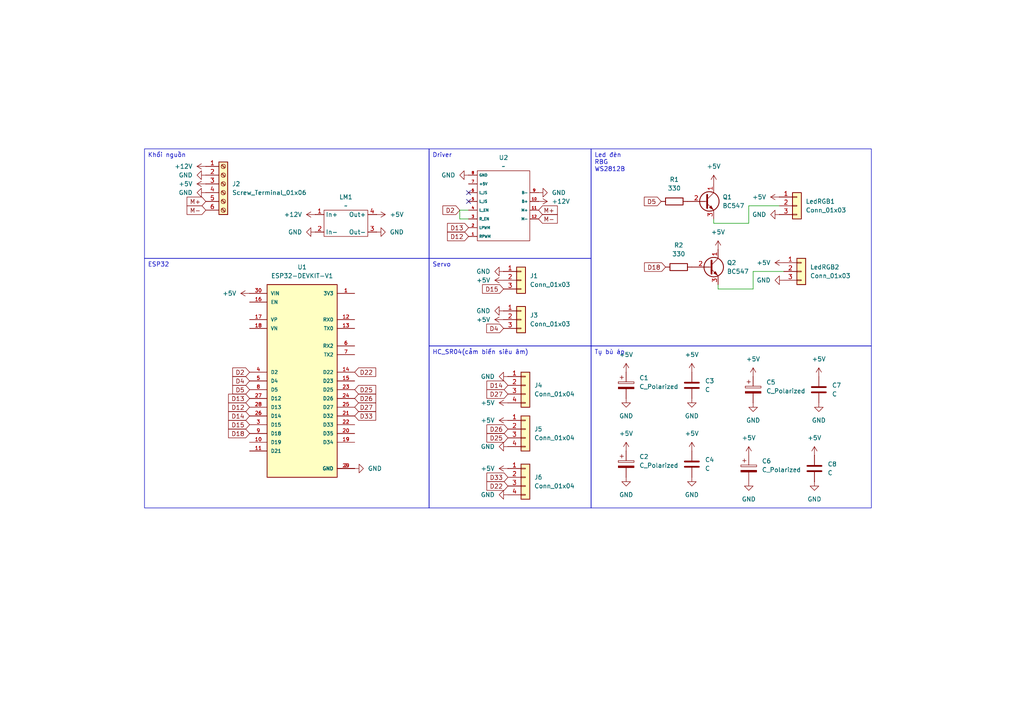
<source format=kicad_sch>
(kicad_sch
	(version 20231120)
	(generator "eeschema")
	(generator_version "8.0")
	(uuid "67646ba9-3dde-4ac9-9449-b0f58c21f5a8")
	(paper "A4")
	(lib_symbols
		(symbol "Add_lib:BTS7960"
			(exclude_from_sim no)
			(in_bom yes)
			(on_board yes)
			(property "Reference" "U"
				(at 0 0 0)
				(effects
					(font
						(size 1.27 1.27)
					)
				)
			)
			(property "Value" ""
				(at -1.27 1.27 0)
				(effects
					(font
						(size 1.27 1.27)
					)
				)
			)
			(property "Footprint" ""
				(at -1.27 1.27 0)
				(effects
					(font
						(size 1.27 1.27)
					)
					(hide yes)
				)
			)
			(property "Datasheet" ""
				(at -1.27 1.27 0)
				(effects
					(font
						(size 1.27 1.27)
					)
					(hide yes)
				)
			)
			(property "Description" ""
				(at -1.27 1.27 0)
				(effects
					(font
						(size 1.27 1.27)
					)
					(hide yes)
				)
			)
			(symbol "BTS7960_0_1"
				(rectangle
					(start -7.62 6.35)
					(end 7.62 -13.97)
					(stroke
						(width 0)
						(type default)
					)
					(fill
						(type none)
					)
				)
			)
			(symbol "BTS7960_1_1"
				(pin output line
					(at -10.16 -12.7 0)
					(length 2.54)
					(name "RPWM"
						(effects
							(font
								(size 0.762 0.762)
							)
						)
					)
					(number "1"
						(effects
							(font
								(size 0.762 0.762)
							)
						)
					)
				)
				(pin output line
					(at 10.16 -2.54 180)
					(length 2.54)
					(name "B+"
						(effects
							(font
								(size 0.762 0.762)
							)
						)
					)
					(number "10"
						(effects
							(font
								(size 0.762 0.762)
							)
						)
					)
				)
				(pin output line
					(at 10.16 -5.08 180)
					(length 2.54)
					(name "M+"
						(effects
							(font
								(size 0.762 0.762)
							)
						)
					)
					(number "11"
						(effects
							(font
								(size 0.762 0.762)
							)
						)
					)
				)
				(pin output line
					(at 10.16 -7.62 180)
					(length 2.54)
					(name "M-"
						(effects
							(font
								(size 0.762 0.762)
							)
						)
					)
					(number "12"
						(effects
							(font
								(size 0.762 0.762)
							)
						)
					)
				)
				(pin output line
					(at -10.16 -10.16 0)
					(length 2.54)
					(name "LPWM"
						(effects
							(font
								(size 0.762 0.762)
							)
						)
					)
					(number "2"
						(effects
							(font
								(size 0.762 0.762)
							)
						)
					)
				)
				(pin output line
					(at -10.16 -7.62 0)
					(length 2.54)
					(name "R_EN"
						(effects
							(font
								(size 0.762 0.762)
							)
						)
					)
					(number "3"
						(effects
							(font
								(size 0.762 0.762)
							)
						)
					)
				)
				(pin output line
					(at -10.16 -5.08 0)
					(length 2.54)
					(name "L_EN"
						(effects
							(font
								(size 0.762 0.762)
							)
						)
					)
					(number "4"
						(effects
							(font
								(size 0.762 0.762)
							)
						)
					)
				)
				(pin output line
					(at -10.16 -2.54 0)
					(length 2.54)
					(name "L_IS"
						(effects
							(font
								(size 0.762 0.762)
							)
						)
					)
					(number "5"
						(effects
							(font
								(size 0.762 0.762)
							)
						)
					)
				)
				(pin output line
					(at -10.16 0 0)
					(length 2.54)
					(name "L_IS"
						(effects
							(font
								(size 0.762 0.762)
							)
						)
					)
					(number "6"
						(effects
							(font
								(size 0.762 0.762)
							)
						)
					)
				)
				(pin output line
					(at -10.16 2.54 0)
					(length 2.54)
					(name "+5V"
						(effects
							(font
								(size 0.762 0.762)
							)
						)
					)
					(number "7"
						(effects
							(font
								(size 0.762 0.762)
							)
						)
					)
				)
				(pin output line
					(at -10.16 5.08 0)
					(length 2.54)
					(name "GND"
						(effects
							(font
								(size 0.762 0.762)
							)
						)
					)
					(number "8"
						(effects
							(font
								(size 0.762 0.762)
							)
						)
					)
				)
				(pin output line
					(at 10.16 0 180)
					(length 2.54)
					(name "B-"
						(effects
							(font
								(size 0.762 0.762)
							)
						)
					)
					(number "9"
						(effects
							(font
								(size 0.762 0.762)
							)
						)
					)
				)
			)
		)
		(symbol "Connector:Screw_Terminal_01x06"
			(pin_names
				(offset 1.016) hide)
			(exclude_from_sim no)
			(in_bom yes)
			(on_board yes)
			(property "Reference" "J"
				(at 0 7.62 0)
				(effects
					(font
						(size 1.27 1.27)
					)
				)
			)
			(property "Value" "Screw_Terminal_01x06"
				(at 0 -10.16 0)
				(effects
					(font
						(size 1.27 1.27)
					)
				)
			)
			(property "Footprint" ""
				(at 0 0 0)
				(effects
					(font
						(size 1.27 1.27)
					)
					(hide yes)
				)
			)
			(property "Datasheet" "~"
				(at 0 0 0)
				(effects
					(font
						(size 1.27 1.27)
					)
					(hide yes)
				)
			)
			(property "Description" "Generic screw terminal, single row, 01x06, script generated (kicad-library-utils/schlib/autogen/connector/)"
				(at 0 0 0)
				(effects
					(font
						(size 1.27 1.27)
					)
					(hide yes)
				)
			)
			(property "ki_keywords" "screw terminal"
				(at 0 0 0)
				(effects
					(font
						(size 1.27 1.27)
					)
					(hide yes)
				)
			)
			(property "ki_fp_filters" "TerminalBlock*:*"
				(at 0 0 0)
				(effects
					(font
						(size 1.27 1.27)
					)
					(hide yes)
				)
			)
			(symbol "Screw_Terminal_01x06_1_1"
				(rectangle
					(start -1.27 6.35)
					(end 1.27 -8.89)
					(stroke
						(width 0.254)
						(type default)
					)
					(fill
						(type background)
					)
				)
				(circle
					(center 0 -7.62)
					(radius 0.635)
					(stroke
						(width 0.1524)
						(type default)
					)
					(fill
						(type none)
					)
				)
				(circle
					(center 0 -5.08)
					(radius 0.635)
					(stroke
						(width 0.1524)
						(type default)
					)
					(fill
						(type none)
					)
				)
				(circle
					(center 0 -2.54)
					(radius 0.635)
					(stroke
						(width 0.1524)
						(type default)
					)
					(fill
						(type none)
					)
				)
				(polyline
					(pts
						(xy -0.5334 -7.2898) (xy 0.3302 -8.128)
					)
					(stroke
						(width 0.1524)
						(type default)
					)
					(fill
						(type none)
					)
				)
				(polyline
					(pts
						(xy -0.5334 -4.7498) (xy 0.3302 -5.588)
					)
					(stroke
						(width 0.1524)
						(type default)
					)
					(fill
						(type none)
					)
				)
				(polyline
					(pts
						(xy -0.5334 -2.2098) (xy 0.3302 -3.048)
					)
					(stroke
						(width 0.1524)
						(type default)
					)
					(fill
						(type none)
					)
				)
				(polyline
					(pts
						(xy -0.5334 0.3302) (xy 0.3302 -0.508)
					)
					(stroke
						(width 0.1524)
						(type default)
					)
					(fill
						(type none)
					)
				)
				(polyline
					(pts
						(xy -0.5334 2.8702) (xy 0.3302 2.032)
					)
					(stroke
						(width 0.1524)
						(type default)
					)
					(fill
						(type none)
					)
				)
				(polyline
					(pts
						(xy -0.5334 5.4102) (xy 0.3302 4.572)
					)
					(stroke
						(width 0.1524)
						(type default)
					)
					(fill
						(type none)
					)
				)
				(polyline
					(pts
						(xy -0.3556 -7.112) (xy 0.508 -7.9502)
					)
					(stroke
						(width 0.1524)
						(type default)
					)
					(fill
						(type none)
					)
				)
				(polyline
					(pts
						(xy -0.3556 -4.572) (xy 0.508 -5.4102)
					)
					(stroke
						(width 0.1524)
						(type default)
					)
					(fill
						(type none)
					)
				)
				(polyline
					(pts
						(xy -0.3556 -2.032) (xy 0.508 -2.8702)
					)
					(stroke
						(width 0.1524)
						(type default)
					)
					(fill
						(type none)
					)
				)
				(polyline
					(pts
						(xy -0.3556 0.508) (xy 0.508 -0.3302)
					)
					(stroke
						(width 0.1524)
						(type default)
					)
					(fill
						(type none)
					)
				)
				(polyline
					(pts
						(xy -0.3556 3.048) (xy 0.508 2.2098)
					)
					(stroke
						(width 0.1524)
						(type default)
					)
					(fill
						(type none)
					)
				)
				(polyline
					(pts
						(xy -0.3556 5.588) (xy 0.508 4.7498)
					)
					(stroke
						(width 0.1524)
						(type default)
					)
					(fill
						(type none)
					)
				)
				(circle
					(center 0 0)
					(radius 0.635)
					(stroke
						(width 0.1524)
						(type default)
					)
					(fill
						(type none)
					)
				)
				(circle
					(center 0 2.54)
					(radius 0.635)
					(stroke
						(width 0.1524)
						(type default)
					)
					(fill
						(type none)
					)
				)
				(circle
					(center 0 5.08)
					(radius 0.635)
					(stroke
						(width 0.1524)
						(type default)
					)
					(fill
						(type none)
					)
				)
				(pin passive line
					(at -5.08 5.08 0)
					(length 3.81)
					(name "Pin_1"
						(effects
							(font
								(size 1.27 1.27)
							)
						)
					)
					(number "1"
						(effects
							(font
								(size 1.27 1.27)
							)
						)
					)
				)
				(pin passive line
					(at -5.08 2.54 0)
					(length 3.81)
					(name "Pin_2"
						(effects
							(font
								(size 1.27 1.27)
							)
						)
					)
					(number "2"
						(effects
							(font
								(size 1.27 1.27)
							)
						)
					)
				)
				(pin passive line
					(at -5.08 0 0)
					(length 3.81)
					(name "Pin_3"
						(effects
							(font
								(size 1.27 1.27)
							)
						)
					)
					(number "3"
						(effects
							(font
								(size 1.27 1.27)
							)
						)
					)
				)
				(pin passive line
					(at -5.08 -2.54 0)
					(length 3.81)
					(name "Pin_4"
						(effects
							(font
								(size 1.27 1.27)
							)
						)
					)
					(number "4"
						(effects
							(font
								(size 1.27 1.27)
							)
						)
					)
				)
				(pin passive line
					(at -5.08 -5.08 0)
					(length 3.81)
					(name "Pin_5"
						(effects
							(font
								(size 1.27 1.27)
							)
						)
					)
					(number "5"
						(effects
							(font
								(size 1.27 1.27)
							)
						)
					)
				)
				(pin passive line
					(at -5.08 -7.62 0)
					(length 3.81)
					(name "Pin_6"
						(effects
							(font
								(size 1.27 1.27)
							)
						)
					)
					(number "6"
						(effects
							(font
								(size 1.27 1.27)
							)
						)
					)
				)
			)
		)
		(symbol "Connector_Generic:Conn_01x03"
			(pin_names
				(offset 1.016) hide)
			(exclude_from_sim no)
			(in_bom yes)
			(on_board yes)
			(property "Reference" "J"
				(at 0 5.08 0)
				(effects
					(font
						(size 1.27 1.27)
					)
				)
			)
			(property "Value" "Conn_01x03"
				(at 0 -5.08 0)
				(effects
					(font
						(size 1.27 1.27)
					)
				)
			)
			(property "Footprint" ""
				(at 0 0 0)
				(effects
					(font
						(size 1.27 1.27)
					)
					(hide yes)
				)
			)
			(property "Datasheet" "~"
				(at 0 0 0)
				(effects
					(font
						(size 1.27 1.27)
					)
					(hide yes)
				)
			)
			(property "Description" "Generic connector, single row, 01x03, script generated (kicad-library-utils/schlib/autogen/connector/)"
				(at 0 0 0)
				(effects
					(font
						(size 1.27 1.27)
					)
					(hide yes)
				)
			)
			(property "ki_keywords" "connector"
				(at 0 0 0)
				(effects
					(font
						(size 1.27 1.27)
					)
					(hide yes)
				)
			)
			(property "ki_fp_filters" "Connector*:*_1x??_*"
				(at 0 0 0)
				(effects
					(font
						(size 1.27 1.27)
					)
					(hide yes)
				)
			)
			(symbol "Conn_01x03_1_1"
				(rectangle
					(start -1.27 -2.413)
					(end 0 -2.667)
					(stroke
						(width 0.1524)
						(type default)
					)
					(fill
						(type none)
					)
				)
				(rectangle
					(start -1.27 0.127)
					(end 0 -0.127)
					(stroke
						(width 0.1524)
						(type default)
					)
					(fill
						(type none)
					)
				)
				(rectangle
					(start -1.27 2.667)
					(end 0 2.413)
					(stroke
						(width 0.1524)
						(type default)
					)
					(fill
						(type none)
					)
				)
				(rectangle
					(start -1.27 3.81)
					(end 1.27 -3.81)
					(stroke
						(width 0.254)
						(type default)
					)
					(fill
						(type background)
					)
				)
				(pin passive line
					(at -5.08 2.54 0)
					(length 3.81)
					(name "Pin_1"
						(effects
							(font
								(size 1.27 1.27)
							)
						)
					)
					(number "1"
						(effects
							(font
								(size 1.27 1.27)
							)
						)
					)
				)
				(pin passive line
					(at -5.08 0 0)
					(length 3.81)
					(name "Pin_2"
						(effects
							(font
								(size 1.27 1.27)
							)
						)
					)
					(number "2"
						(effects
							(font
								(size 1.27 1.27)
							)
						)
					)
				)
				(pin passive line
					(at -5.08 -2.54 0)
					(length 3.81)
					(name "Pin_3"
						(effects
							(font
								(size 1.27 1.27)
							)
						)
					)
					(number "3"
						(effects
							(font
								(size 1.27 1.27)
							)
						)
					)
				)
			)
		)
		(symbol "Connector_Generic:Conn_01x04"
			(pin_names
				(offset 1.016) hide)
			(exclude_from_sim no)
			(in_bom yes)
			(on_board yes)
			(property "Reference" "J"
				(at 0 5.08 0)
				(effects
					(font
						(size 1.27 1.27)
					)
				)
			)
			(property "Value" "Conn_01x04"
				(at 0 -7.62 0)
				(effects
					(font
						(size 1.27 1.27)
					)
				)
			)
			(property "Footprint" ""
				(at 0 0 0)
				(effects
					(font
						(size 1.27 1.27)
					)
					(hide yes)
				)
			)
			(property "Datasheet" "~"
				(at 0 0 0)
				(effects
					(font
						(size 1.27 1.27)
					)
					(hide yes)
				)
			)
			(property "Description" "Generic connector, single row, 01x04, script generated (kicad-library-utils/schlib/autogen/connector/)"
				(at 0 0 0)
				(effects
					(font
						(size 1.27 1.27)
					)
					(hide yes)
				)
			)
			(property "ki_keywords" "connector"
				(at 0 0 0)
				(effects
					(font
						(size 1.27 1.27)
					)
					(hide yes)
				)
			)
			(property "ki_fp_filters" "Connector*:*_1x??_*"
				(at 0 0 0)
				(effects
					(font
						(size 1.27 1.27)
					)
					(hide yes)
				)
			)
			(symbol "Conn_01x04_1_1"
				(rectangle
					(start -1.27 -4.953)
					(end 0 -5.207)
					(stroke
						(width 0.1524)
						(type default)
					)
					(fill
						(type none)
					)
				)
				(rectangle
					(start -1.27 -2.413)
					(end 0 -2.667)
					(stroke
						(width 0.1524)
						(type default)
					)
					(fill
						(type none)
					)
				)
				(rectangle
					(start -1.27 0.127)
					(end 0 -0.127)
					(stroke
						(width 0.1524)
						(type default)
					)
					(fill
						(type none)
					)
				)
				(rectangle
					(start -1.27 2.667)
					(end 0 2.413)
					(stroke
						(width 0.1524)
						(type default)
					)
					(fill
						(type none)
					)
				)
				(rectangle
					(start -1.27 3.81)
					(end 1.27 -6.35)
					(stroke
						(width 0.254)
						(type default)
					)
					(fill
						(type background)
					)
				)
				(pin passive line
					(at -5.08 2.54 0)
					(length 3.81)
					(name "Pin_1"
						(effects
							(font
								(size 1.27 1.27)
							)
						)
					)
					(number "1"
						(effects
							(font
								(size 1.27 1.27)
							)
						)
					)
				)
				(pin passive line
					(at -5.08 0 0)
					(length 3.81)
					(name "Pin_2"
						(effects
							(font
								(size 1.27 1.27)
							)
						)
					)
					(number "2"
						(effects
							(font
								(size 1.27 1.27)
							)
						)
					)
				)
				(pin passive line
					(at -5.08 -2.54 0)
					(length 3.81)
					(name "Pin_3"
						(effects
							(font
								(size 1.27 1.27)
							)
						)
					)
					(number "3"
						(effects
							(font
								(size 1.27 1.27)
							)
						)
					)
				)
				(pin passive line
					(at -5.08 -5.08 0)
					(length 3.81)
					(name "Pin_4"
						(effects
							(font
								(size 1.27 1.27)
							)
						)
					)
					(number "4"
						(effects
							(font
								(size 1.27 1.27)
							)
						)
					)
				)
			)
		)
		(symbol "Device:C"
			(pin_numbers hide)
			(pin_names
				(offset 0.254)
			)
			(exclude_from_sim no)
			(in_bom yes)
			(on_board yes)
			(property "Reference" "C"
				(at 0.635 2.54 0)
				(effects
					(font
						(size 1.27 1.27)
					)
					(justify left)
				)
			)
			(property "Value" "C"
				(at 0.635 -2.54 0)
				(effects
					(font
						(size 1.27 1.27)
					)
					(justify left)
				)
			)
			(property "Footprint" ""
				(at 0.9652 -3.81 0)
				(effects
					(font
						(size 1.27 1.27)
					)
					(hide yes)
				)
			)
			(property "Datasheet" "~"
				(at 0 0 0)
				(effects
					(font
						(size 1.27 1.27)
					)
					(hide yes)
				)
			)
			(property "Description" "Unpolarized capacitor"
				(at 0 0 0)
				(effects
					(font
						(size 1.27 1.27)
					)
					(hide yes)
				)
			)
			(property "ki_keywords" "cap capacitor"
				(at 0 0 0)
				(effects
					(font
						(size 1.27 1.27)
					)
					(hide yes)
				)
			)
			(property "ki_fp_filters" "C_*"
				(at 0 0 0)
				(effects
					(font
						(size 1.27 1.27)
					)
					(hide yes)
				)
			)
			(symbol "C_0_1"
				(polyline
					(pts
						(xy -2.032 -0.762) (xy 2.032 -0.762)
					)
					(stroke
						(width 0.508)
						(type default)
					)
					(fill
						(type none)
					)
				)
				(polyline
					(pts
						(xy -2.032 0.762) (xy 2.032 0.762)
					)
					(stroke
						(width 0.508)
						(type default)
					)
					(fill
						(type none)
					)
				)
			)
			(symbol "C_1_1"
				(pin passive line
					(at 0 3.81 270)
					(length 2.794)
					(name "~"
						(effects
							(font
								(size 1.27 1.27)
							)
						)
					)
					(number "1"
						(effects
							(font
								(size 1.27 1.27)
							)
						)
					)
				)
				(pin passive line
					(at 0 -3.81 90)
					(length 2.794)
					(name "~"
						(effects
							(font
								(size 1.27 1.27)
							)
						)
					)
					(number "2"
						(effects
							(font
								(size 1.27 1.27)
							)
						)
					)
				)
			)
		)
		(symbol "Device:C_Polarized"
			(pin_numbers hide)
			(pin_names
				(offset 0.254)
			)
			(exclude_from_sim no)
			(in_bom yes)
			(on_board yes)
			(property "Reference" "C"
				(at 0.635 2.54 0)
				(effects
					(font
						(size 1.27 1.27)
					)
					(justify left)
				)
			)
			(property "Value" "C_Polarized"
				(at 0.635 -2.54 0)
				(effects
					(font
						(size 1.27 1.27)
					)
					(justify left)
				)
			)
			(property "Footprint" ""
				(at 0.9652 -3.81 0)
				(effects
					(font
						(size 1.27 1.27)
					)
					(hide yes)
				)
			)
			(property "Datasheet" "~"
				(at 0 0 0)
				(effects
					(font
						(size 1.27 1.27)
					)
					(hide yes)
				)
			)
			(property "Description" "Polarized capacitor"
				(at 0 0 0)
				(effects
					(font
						(size 1.27 1.27)
					)
					(hide yes)
				)
			)
			(property "ki_keywords" "cap capacitor"
				(at 0 0 0)
				(effects
					(font
						(size 1.27 1.27)
					)
					(hide yes)
				)
			)
			(property "ki_fp_filters" "CP_*"
				(at 0 0 0)
				(effects
					(font
						(size 1.27 1.27)
					)
					(hide yes)
				)
			)
			(symbol "C_Polarized_0_1"
				(rectangle
					(start -2.286 0.508)
					(end 2.286 1.016)
					(stroke
						(width 0)
						(type default)
					)
					(fill
						(type none)
					)
				)
				(polyline
					(pts
						(xy -1.778 2.286) (xy -0.762 2.286)
					)
					(stroke
						(width 0)
						(type default)
					)
					(fill
						(type none)
					)
				)
				(polyline
					(pts
						(xy -1.27 2.794) (xy -1.27 1.778)
					)
					(stroke
						(width 0)
						(type default)
					)
					(fill
						(type none)
					)
				)
				(rectangle
					(start 2.286 -0.508)
					(end -2.286 -1.016)
					(stroke
						(width 0)
						(type default)
					)
					(fill
						(type outline)
					)
				)
			)
			(symbol "C_Polarized_1_1"
				(pin passive line
					(at 0 3.81 270)
					(length 2.794)
					(name "~"
						(effects
							(font
								(size 1.27 1.27)
							)
						)
					)
					(number "1"
						(effects
							(font
								(size 1.27 1.27)
							)
						)
					)
				)
				(pin passive line
					(at 0 -3.81 90)
					(length 2.794)
					(name "~"
						(effects
							(font
								(size 1.27 1.27)
							)
						)
					)
					(number "2"
						(effects
							(font
								(size 1.27 1.27)
							)
						)
					)
				)
			)
		)
		(symbol "Device:R"
			(pin_numbers hide)
			(pin_names
				(offset 0)
			)
			(exclude_from_sim no)
			(in_bom yes)
			(on_board yes)
			(property "Reference" "R"
				(at 2.032 0 90)
				(effects
					(font
						(size 1.27 1.27)
					)
				)
			)
			(property "Value" "R"
				(at 0 0 90)
				(effects
					(font
						(size 1.27 1.27)
					)
				)
			)
			(property "Footprint" ""
				(at -1.778 0 90)
				(effects
					(font
						(size 1.27 1.27)
					)
					(hide yes)
				)
			)
			(property "Datasheet" "~"
				(at 0 0 0)
				(effects
					(font
						(size 1.27 1.27)
					)
					(hide yes)
				)
			)
			(property "Description" "Resistor"
				(at 0 0 0)
				(effects
					(font
						(size 1.27 1.27)
					)
					(hide yes)
				)
			)
			(property "ki_keywords" "R res resistor"
				(at 0 0 0)
				(effects
					(font
						(size 1.27 1.27)
					)
					(hide yes)
				)
			)
			(property "ki_fp_filters" "R_*"
				(at 0 0 0)
				(effects
					(font
						(size 1.27 1.27)
					)
					(hide yes)
				)
			)
			(symbol "R_0_1"
				(rectangle
					(start -1.016 -2.54)
					(end 1.016 2.54)
					(stroke
						(width 0.254)
						(type default)
					)
					(fill
						(type none)
					)
				)
			)
			(symbol "R_1_1"
				(pin passive line
					(at 0 3.81 270)
					(length 1.27)
					(name "~"
						(effects
							(font
								(size 1.27 1.27)
							)
						)
					)
					(number "1"
						(effects
							(font
								(size 1.27 1.27)
							)
						)
					)
				)
				(pin passive line
					(at 0 -3.81 90)
					(length 1.27)
					(name "~"
						(effects
							(font
								(size 1.27 1.27)
							)
						)
					)
					(number "2"
						(effects
							(font
								(size 1.27 1.27)
							)
						)
					)
				)
			)
		)
		(symbol "ESP32-DEVKIT-V1:ESP32-DEVKIT-V1"
			(pin_names
				(offset 1.016)
			)
			(exclude_from_sim no)
			(in_bom yes)
			(on_board yes)
			(property "Reference" "U"
				(at -10.16 30.48 0)
				(effects
					(font
						(size 1.27 1.27)
					)
					(justify left top)
				)
			)
			(property "Value" "ESP32-DEVKIT-V1"
				(at -10.16 -30.48 0)
				(effects
					(font
						(size 1.27 1.27)
					)
					(justify left bottom)
				)
			)
			(property "Footprint" "ESP32-DEVKIT-V1:MODULE_ESP32_DEVKIT_V1"
				(at 0 0 0)
				(effects
					(font
						(size 1.27 1.27)
					)
					(justify bottom)
					(hide yes)
				)
			)
			(property "Datasheet" ""
				(at 0 0 0)
				(effects
					(font
						(size 1.27 1.27)
					)
					(hide yes)
				)
			)
			(property "Description" ""
				(at 0 0 0)
				(effects
					(font
						(size 1.27 1.27)
					)
					(hide yes)
				)
			)
			(property "MF" "Do it"
				(at 0 0 0)
				(effects
					(font
						(size 1.27 1.27)
					)
					(justify bottom)
					(hide yes)
				)
			)
			(property "MAXIMUM_PACKAGE_HEIGHT" "6.8 mm"
				(at 0 0 0)
				(effects
					(font
						(size 1.27 1.27)
					)
					(justify bottom)
					(hide yes)
				)
			)
			(property "Package" "None"
				(at 0 0 0)
				(effects
					(font
						(size 1.27 1.27)
					)
					(justify bottom)
					(hide yes)
				)
			)
			(property "Price" "None"
				(at 0 0 0)
				(effects
					(font
						(size 1.27 1.27)
					)
					(justify bottom)
					(hide yes)
				)
			)
			(property "Check_prices" "https://www.snapeda.com/parts/ESP32-DEVKIT-V1/Do+it/view-part/?ref=eda"
				(at 0 0 0)
				(effects
					(font
						(size 1.27 1.27)
					)
					(justify bottom)
					(hide yes)
				)
			)
			(property "STANDARD" "Manufacturer Recommendations"
				(at 0 0 0)
				(effects
					(font
						(size 1.27 1.27)
					)
					(justify bottom)
					(hide yes)
				)
			)
			(property "PARTREV" "N/A"
				(at 0 0 0)
				(effects
					(font
						(size 1.27 1.27)
					)
					(justify bottom)
					(hide yes)
				)
			)
			(property "SnapEDA_Link" "https://www.snapeda.com/parts/ESP32-DEVKIT-V1/Do+it/view-part/?ref=snap"
				(at 0 0 0)
				(effects
					(font
						(size 1.27 1.27)
					)
					(justify bottom)
					(hide yes)
				)
			)
			(property "MP" "ESP32-DEVKIT-V1"
				(at 0 0 0)
				(effects
					(font
						(size 1.27 1.27)
					)
					(justify bottom)
					(hide yes)
				)
			)
			(property "Description_1" "\n                        \n                            Dual core, Wi-Fi: 2.4 GHz up to 150 Mbits/s,BLE (Bluetooth Low Energy) and legacy Bluetooth, 32 bits, Up to 240 MHz\n                        \n"
				(at 0 0 0)
				(effects
					(font
						(size 1.27 1.27)
					)
					(justify bottom)
					(hide yes)
				)
			)
			(property "Availability" "Not in stock"
				(at 0 0 0)
				(effects
					(font
						(size 1.27 1.27)
					)
					(justify bottom)
					(hide yes)
				)
			)
			(property "MANUFACTURER" "DOIT"
				(at 0 0 0)
				(effects
					(font
						(size 1.27 1.27)
					)
					(justify bottom)
					(hide yes)
				)
			)
			(symbol "ESP32-DEVKIT-V1_0_0"
				(rectangle
					(start -10.16 -27.94)
					(end 10.16 27.94)
					(stroke
						(width 0.254)
						(type default)
					)
					(fill
						(type background)
					)
				)
				(pin output line
					(at 15.24 25.4 180)
					(length 5.08)
					(name "3V3"
						(effects
							(font
								(size 1.016 1.016)
							)
						)
					)
					(number "1"
						(effects
							(font
								(size 1.016 1.016)
							)
						)
					)
				)
				(pin bidirectional line
					(at -15.24 -17.78 0)
					(length 5.08)
					(name "D19"
						(effects
							(font
								(size 1.016 1.016)
							)
						)
					)
					(number "10"
						(effects
							(font
								(size 1.016 1.016)
							)
						)
					)
				)
				(pin bidirectional line
					(at -15.24 -20.32 0)
					(length 5.08)
					(name "D21"
						(effects
							(font
								(size 1.016 1.016)
							)
						)
					)
					(number "11"
						(effects
							(font
								(size 1.016 1.016)
							)
						)
					)
				)
				(pin input line
					(at 15.24 17.78 180)
					(length 5.08)
					(name "RX0"
						(effects
							(font
								(size 1.016 1.016)
							)
						)
					)
					(number "12"
						(effects
							(font
								(size 1.016 1.016)
							)
						)
					)
				)
				(pin output line
					(at 15.24 15.24 180)
					(length 5.08)
					(name "TX0"
						(effects
							(font
								(size 1.016 1.016)
							)
						)
					)
					(number "13"
						(effects
							(font
								(size 1.016 1.016)
							)
						)
					)
				)
				(pin bidirectional line
					(at 15.24 2.54 180)
					(length 5.08)
					(name "D22"
						(effects
							(font
								(size 1.016 1.016)
							)
						)
					)
					(number "14"
						(effects
							(font
								(size 1.016 1.016)
							)
						)
					)
				)
				(pin bidirectional line
					(at 15.24 0 180)
					(length 5.08)
					(name "D23"
						(effects
							(font
								(size 1.016 1.016)
							)
						)
					)
					(number "15"
						(effects
							(font
								(size 1.016 1.016)
							)
						)
					)
				)
				(pin input line
					(at -15.24 22.86 0)
					(length 5.08)
					(name "EN"
						(effects
							(font
								(size 1.016 1.016)
							)
						)
					)
					(number "16"
						(effects
							(font
								(size 1.016 1.016)
							)
						)
					)
				)
				(pin bidirectional line
					(at -15.24 17.78 0)
					(length 5.08)
					(name "VP"
						(effects
							(font
								(size 1.016 1.016)
							)
						)
					)
					(number "17"
						(effects
							(font
								(size 1.016 1.016)
							)
						)
					)
				)
				(pin bidirectional line
					(at -15.24 15.24 0)
					(length 5.08)
					(name "VN"
						(effects
							(font
								(size 1.016 1.016)
							)
						)
					)
					(number "18"
						(effects
							(font
								(size 1.016 1.016)
							)
						)
					)
				)
				(pin bidirectional line
					(at 15.24 -17.78 180)
					(length 5.08)
					(name "D34"
						(effects
							(font
								(size 1.016 1.016)
							)
						)
					)
					(number "19"
						(effects
							(font
								(size 1.016 1.016)
							)
						)
					)
				)
				(pin power_in line
					(at 15.24 -25.4 180)
					(length 5.08)
					(name "GND"
						(effects
							(font
								(size 1.016 1.016)
							)
						)
					)
					(number "2"
						(effects
							(font
								(size 1.016 1.016)
							)
						)
					)
				)
				(pin bidirectional line
					(at 15.24 -15.24 180)
					(length 5.08)
					(name "D35"
						(effects
							(font
								(size 1.016 1.016)
							)
						)
					)
					(number "20"
						(effects
							(font
								(size 1.016 1.016)
							)
						)
					)
				)
				(pin bidirectional line
					(at 15.24 -10.16 180)
					(length 5.08)
					(name "D32"
						(effects
							(font
								(size 1.016 1.016)
							)
						)
					)
					(number "21"
						(effects
							(font
								(size 1.016 1.016)
							)
						)
					)
				)
				(pin bidirectional line
					(at 15.24 -12.7 180)
					(length 5.08)
					(name "D33"
						(effects
							(font
								(size 1.016 1.016)
							)
						)
					)
					(number "22"
						(effects
							(font
								(size 1.016 1.016)
							)
						)
					)
				)
				(pin bidirectional line
					(at 15.24 -2.54 180)
					(length 5.08)
					(name "D25"
						(effects
							(font
								(size 1.016 1.016)
							)
						)
					)
					(number "23"
						(effects
							(font
								(size 1.016 1.016)
							)
						)
					)
				)
				(pin bidirectional line
					(at 15.24 -5.08 180)
					(length 5.08)
					(name "D26"
						(effects
							(font
								(size 1.016 1.016)
							)
						)
					)
					(number "24"
						(effects
							(font
								(size 1.016 1.016)
							)
						)
					)
				)
				(pin bidirectional line
					(at 15.24 -7.62 180)
					(length 5.08)
					(name "D27"
						(effects
							(font
								(size 1.016 1.016)
							)
						)
					)
					(number "25"
						(effects
							(font
								(size 1.016 1.016)
							)
						)
					)
				)
				(pin bidirectional line
					(at -15.24 -10.16 0)
					(length 5.08)
					(name "D14"
						(effects
							(font
								(size 1.016 1.016)
							)
						)
					)
					(number "26"
						(effects
							(font
								(size 1.016 1.016)
							)
						)
					)
				)
				(pin bidirectional line
					(at -15.24 -5.08 0)
					(length 5.08)
					(name "D12"
						(effects
							(font
								(size 1.016 1.016)
							)
						)
					)
					(number "27"
						(effects
							(font
								(size 1.016 1.016)
							)
						)
					)
				)
				(pin bidirectional line
					(at -15.24 -7.62 0)
					(length 5.08)
					(name "D13"
						(effects
							(font
								(size 1.016 1.016)
							)
						)
					)
					(number "28"
						(effects
							(font
								(size 1.016 1.016)
							)
						)
					)
				)
				(pin power_in line
					(at 15.24 -25.4 180)
					(length 5.08)
					(name "GND"
						(effects
							(font
								(size 1.016 1.016)
							)
						)
					)
					(number "29"
						(effects
							(font
								(size 1.016 1.016)
							)
						)
					)
				)
				(pin bidirectional line
					(at -15.24 -12.7 0)
					(length 5.08)
					(name "D15"
						(effects
							(font
								(size 1.016 1.016)
							)
						)
					)
					(number "3"
						(effects
							(font
								(size 1.016 1.016)
							)
						)
					)
				)
				(pin input line
					(at -15.24 25.4 0)
					(length 5.08)
					(name "VIN"
						(effects
							(font
								(size 1.016 1.016)
							)
						)
					)
					(number "30"
						(effects
							(font
								(size 1.016 1.016)
							)
						)
					)
				)
				(pin bidirectional line
					(at -15.24 2.54 0)
					(length 5.08)
					(name "D2"
						(effects
							(font
								(size 1.016 1.016)
							)
						)
					)
					(number "4"
						(effects
							(font
								(size 1.016 1.016)
							)
						)
					)
				)
				(pin bidirectional line
					(at -15.24 0 0)
					(length 5.08)
					(name "D4"
						(effects
							(font
								(size 1.016 1.016)
							)
						)
					)
					(number "5"
						(effects
							(font
								(size 1.016 1.016)
							)
						)
					)
				)
				(pin input line
					(at 15.24 10.16 180)
					(length 5.08)
					(name "RX2"
						(effects
							(font
								(size 1.016 1.016)
							)
						)
					)
					(number "6"
						(effects
							(font
								(size 1.016 1.016)
							)
						)
					)
				)
				(pin output line
					(at 15.24 7.62 180)
					(length 5.08)
					(name "TX2"
						(effects
							(font
								(size 1.016 1.016)
							)
						)
					)
					(number "7"
						(effects
							(font
								(size 1.016 1.016)
							)
						)
					)
				)
				(pin bidirectional line
					(at -15.24 -2.54 0)
					(length 5.08)
					(name "D5"
						(effects
							(font
								(size 1.016 1.016)
							)
						)
					)
					(number "8"
						(effects
							(font
								(size 1.016 1.016)
							)
						)
					)
				)
				(pin bidirectional line
					(at -15.24 -15.24 0)
					(length 5.08)
					(name "D18"
						(effects
							(font
								(size 1.016 1.016)
							)
						)
					)
					(number "9"
						(effects
							(font
								(size 1.016 1.016)
							)
						)
					)
				)
			)
		)
		(symbol "LM2596:LM2596"
			(exclude_from_sim no)
			(in_bom yes)
			(on_board yes)
			(property "Reference" "LM2596"
				(at 0 0 0)
				(effects
					(font
						(size 1.27 1.27)
					)
				)
			)
			(property "Value" ""
				(at -1.27 0 0)
				(effects
					(font
						(size 1.27 1.27)
					)
				)
			)
			(property "Footprint" ""
				(at -1.27 0 0)
				(effects
					(font
						(size 1.27 1.27)
					)
					(hide yes)
				)
			)
			(property "Datasheet" ""
				(at -1.27 0 0)
				(effects
					(font
						(size 1.27 1.27)
					)
					(hide yes)
				)
			)
			(property "Description" ""
				(at -1.27 0 0)
				(effects
					(font
						(size 1.27 1.27)
					)
					(hide yes)
				)
			)
			(symbol "LM2596_0_1"
				(rectangle
					(start -6.35 3.81)
					(end 6.35 -3.81)
					(stroke
						(width 0)
						(type default)
					)
					(fill
						(type none)
					)
				)
			)
			(symbol "LM2596_1_1"
				(pin output line
					(at -8.89 2.54 0)
					(length 2.54)
					(name "In+"
						(effects
							(font
								(size 1.27 1.27)
							)
						)
					)
					(number "1"
						(effects
							(font
								(size 1.27 1.27)
							)
						)
					)
				)
				(pin output line
					(at -8.89 -2.54 0)
					(length 2.54)
					(name "In-"
						(effects
							(font
								(size 1.27 1.27)
							)
						)
					)
					(number "2"
						(effects
							(font
								(size 1.27 1.27)
							)
						)
					)
				)
				(pin output line
					(at 8.89 -2.54 180)
					(length 2.54)
					(name "Out-"
						(effects
							(font
								(size 1.27 1.27)
							)
						)
					)
					(number "3"
						(effects
							(font
								(size 1.27 1.27)
							)
						)
					)
				)
				(pin output line
					(at 8.89 2.54 180)
					(length 2.54)
					(name "Out+"
						(effects
							(font
								(size 1.27 1.27)
							)
						)
					)
					(number "4"
						(effects
							(font
								(size 1.27 1.27)
							)
						)
					)
				)
			)
		)
		(symbol "Transistor_BJT:BC547"
			(pin_names
				(offset 0) hide)
			(exclude_from_sim no)
			(in_bom yes)
			(on_board yes)
			(property "Reference" "Q"
				(at 5.08 1.905 0)
				(effects
					(font
						(size 1.27 1.27)
					)
					(justify left)
				)
			)
			(property "Value" "BC547"
				(at 5.08 0 0)
				(effects
					(font
						(size 1.27 1.27)
					)
					(justify left)
				)
			)
			(property "Footprint" "Package_TO_SOT_THT:TO-92_Inline"
				(at 5.08 -1.905 0)
				(effects
					(font
						(size 1.27 1.27)
						(italic yes)
					)
					(justify left)
					(hide yes)
				)
			)
			(property "Datasheet" "https://www.onsemi.com/pub/Collateral/BC550-D.pdf"
				(at 0 0 0)
				(effects
					(font
						(size 1.27 1.27)
					)
					(justify left)
					(hide yes)
				)
			)
			(property "Description" "0.1A Ic, 45V Vce, Small Signal NPN Transistor, TO-92"
				(at 0 0 0)
				(effects
					(font
						(size 1.27 1.27)
					)
					(hide yes)
				)
			)
			(property "ki_keywords" "NPN Transistor"
				(at 0 0 0)
				(effects
					(font
						(size 1.27 1.27)
					)
					(hide yes)
				)
			)
			(property "ki_fp_filters" "TO?92*"
				(at 0 0 0)
				(effects
					(font
						(size 1.27 1.27)
					)
					(hide yes)
				)
			)
			(symbol "BC547_0_1"
				(polyline
					(pts
						(xy 0 0) (xy 0.635 0)
					)
					(stroke
						(width 0)
						(type default)
					)
					(fill
						(type none)
					)
				)
				(polyline
					(pts
						(xy 0.635 0.635) (xy 2.54 2.54)
					)
					(stroke
						(width 0)
						(type default)
					)
					(fill
						(type none)
					)
				)
				(polyline
					(pts
						(xy 0.635 -0.635) (xy 2.54 -2.54) (xy 2.54 -2.54)
					)
					(stroke
						(width 0)
						(type default)
					)
					(fill
						(type none)
					)
				)
				(polyline
					(pts
						(xy 0.635 1.905) (xy 0.635 -1.905) (xy 0.635 -1.905)
					)
					(stroke
						(width 0.508)
						(type default)
					)
					(fill
						(type none)
					)
				)
				(polyline
					(pts
						(xy 1.27 -1.778) (xy 1.778 -1.27) (xy 2.286 -2.286) (xy 1.27 -1.778) (xy 1.27 -1.778)
					)
					(stroke
						(width 0)
						(type default)
					)
					(fill
						(type outline)
					)
				)
				(circle
					(center 1.27 0)
					(radius 2.8194)
					(stroke
						(width 0.254)
						(type default)
					)
					(fill
						(type none)
					)
				)
			)
			(symbol "BC547_1_1"
				(pin passive line
					(at 2.54 5.08 270)
					(length 2.54)
					(name "C"
						(effects
							(font
								(size 1.27 1.27)
							)
						)
					)
					(number "1"
						(effects
							(font
								(size 1.27 1.27)
							)
						)
					)
				)
				(pin input line
					(at -5.08 0 0)
					(length 5.08)
					(name "B"
						(effects
							(font
								(size 1.27 1.27)
							)
						)
					)
					(number "2"
						(effects
							(font
								(size 1.27 1.27)
							)
						)
					)
				)
				(pin passive line
					(at 2.54 -5.08 90)
					(length 2.54)
					(name "E"
						(effects
							(font
								(size 1.27 1.27)
							)
						)
					)
					(number "3"
						(effects
							(font
								(size 1.27 1.27)
							)
						)
					)
				)
			)
		)
		(symbol "power:+12V"
			(power)
			(pin_numbers hide)
			(pin_names
				(offset 0) hide)
			(exclude_from_sim no)
			(in_bom yes)
			(on_board yes)
			(property "Reference" "#PWR"
				(at 0 -3.81 0)
				(effects
					(font
						(size 1.27 1.27)
					)
					(hide yes)
				)
			)
			(property "Value" "+12V"
				(at 0 3.556 0)
				(effects
					(font
						(size 1.27 1.27)
					)
				)
			)
			(property "Footprint" ""
				(at 0 0 0)
				(effects
					(font
						(size 1.27 1.27)
					)
					(hide yes)
				)
			)
			(property "Datasheet" ""
				(at 0 0 0)
				(effects
					(font
						(size 1.27 1.27)
					)
					(hide yes)
				)
			)
			(property "Description" "Power symbol creates a global label with name \"+12V\""
				(at 0 0 0)
				(effects
					(font
						(size 1.27 1.27)
					)
					(hide yes)
				)
			)
			(property "ki_keywords" "global power"
				(at 0 0 0)
				(effects
					(font
						(size 1.27 1.27)
					)
					(hide yes)
				)
			)
			(symbol "+12V_0_1"
				(polyline
					(pts
						(xy -0.762 1.27) (xy 0 2.54)
					)
					(stroke
						(width 0)
						(type default)
					)
					(fill
						(type none)
					)
				)
				(polyline
					(pts
						(xy 0 0) (xy 0 2.54)
					)
					(stroke
						(width 0)
						(type default)
					)
					(fill
						(type none)
					)
				)
				(polyline
					(pts
						(xy 0 2.54) (xy 0.762 1.27)
					)
					(stroke
						(width 0)
						(type default)
					)
					(fill
						(type none)
					)
				)
			)
			(symbol "+12V_1_1"
				(pin power_in line
					(at 0 0 90)
					(length 0)
					(name "~"
						(effects
							(font
								(size 1.27 1.27)
							)
						)
					)
					(number "1"
						(effects
							(font
								(size 1.27 1.27)
							)
						)
					)
				)
			)
		)
		(symbol "power:+5V"
			(power)
			(pin_numbers hide)
			(pin_names
				(offset 0) hide)
			(exclude_from_sim no)
			(in_bom yes)
			(on_board yes)
			(property "Reference" "#PWR"
				(at 0 -3.81 0)
				(effects
					(font
						(size 1.27 1.27)
					)
					(hide yes)
				)
			)
			(property "Value" "+5V"
				(at 0 3.556 0)
				(effects
					(font
						(size 1.27 1.27)
					)
				)
			)
			(property "Footprint" ""
				(at 0 0 0)
				(effects
					(font
						(size 1.27 1.27)
					)
					(hide yes)
				)
			)
			(property "Datasheet" ""
				(at 0 0 0)
				(effects
					(font
						(size 1.27 1.27)
					)
					(hide yes)
				)
			)
			(property "Description" "Power symbol creates a global label with name \"+5V\""
				(at 0 0 0)
				(effects
					(font
						(size 1.27 1.27)
					)
					(hide yes)
				)
			)
			(property "ki_keywords" "global power"
				(at 0 0 0)
				(effects
					(font
						(size 1.27 1.27)
					)
					(hide yes)
				)
			)
			(symbol "+5V_0_1"
				(polyline
					(pts
						(xy -0.762 1.27) (xy 0 2.54)
					)
					(stroke
						(width 0)
						(type default)
					)
					(fill
						(type none)
					)
				)
				(polyline
					(pts
						(xy 0 0) (xy 0 2.54)
					)
					(stroke
						(width 0)
						(type default)
					)
					(fill
						(type none)
					)
				)
				(polyline
					(pts
						(xy 0 2.54) (xy 0.762 1.27)
					)
					(stroke
						(width 0)
						(type default)
					)
					(fill
						(type none)
					)
				)
			)
			(symbol "+5V_1_1"
				(pin power_in line
					(at 0 0 90)
					(length 0)
					(name "~"
						(effects
							(font
								(size 1.27 1.27)
							)
						)
					)
					(number "1"
						(effects
							(font
								(size 1.27 1.27)
							)
						)
					)
				)
			)
		)
		(symbol "power:GND"
			(power)
			(pin_numbers hide)
			(pin_names
				(offset 0) hide)
			(exclude_from_sim no)
			(in_bom yes)
			(on_board yes)
			(property "Reference" "#PWR"
				(at 0 -6.35 0)
				(effects
					(font
						(size 1.27 1.27)
					)
					(hide yes)
				)
			)
			(property "Value" "GND"
				(at 0 -3.81 0)
				(effects
					(font
						(size 1.27 1.27)
					)
				)
			)
			(property "Footprint" ""
				(at 0 0 0)
				(effects
					(font
						(size 1.27 1.27)
					)
					(hide yes)
				)
			)
			(property "Datasheet" ""
				(at 0 0 0)
				(effects
					(font
						(size 1.27 1.27)
					)
					(hide yes)
				)
			)
			(property "Description" "Power symbol creates a global label with name \"GND\" , ground"
				(at 0 0 0)
				(effects
					(font
						(size 1.27 1.27)
					)
					(hide yes)
				)
			)
			(property "ki_keywords" "global power"
				(at 0 0 0)
				(effects
					(font
						(size 1.27 1.27)
					)
					(hide yes)
				)
			)
			(symbol "GND_0_1"
				(polyline
					(pts
						(xy 0 0) (xy 0 -1.27) (xy 1.27 -1.27) (xy 0 -2.54) (xy -1.27 -1.27) (xy 0 -1.27)
					)
					(stroke
						(width 0)
						(type default)
					)
					(fill
						(type none)
					)
				)
			)
			(symbol "GND_1_1"
				(pin power_in line
					(at 0 0 270)
					(length 0)
					(name "~"
						(effects
							(font
								(size 1.27 1.27)
							)
						)
					)
					(number "1"
						(effects
							(font
								(size 1.27 1.27)
							)
						)
					)
				)
			)
		)
	)
	(no_connect
		(at 135.89 55.88)
		(uuid "27c0cad2-dab3-4fa9-bd77-8c66760b06cb")
	)
	(no_connect
		(at 135.89 58.42)
		(uuid "63205f24-bf63-4a80-9771-5a08e84444cd")
	)
	(wire
		(pts
			(xy 217.17 64.77) (xy 217.17 59.69)
		)
		(stroke
			(width 0)
			(type default)
		)
		(uuid "1055f2ce-b1db-4da7-8efd-9f22a2d1a75f")
	)
	(wire
		(pts
			(xy 207.01 64.77) (xy 217.17 64.77)
		)
		(stroke
			(width 0)
			(type default)
		)
		(uuid "18a0b599-8444-4d8d-9021-a1c29ed53b03")
	)
	(wire
		(pts
			(xy 208.28 83.82) (xy 218.44 83.82)
		)
		(stroke
			(width 0)
			(type default)
		)
		(uuid "4c028053-ac28-49e4-99fd-d054711ee56a")
	)
	(wire
		(pts
			(xy 133.35 60.96) (xy 135.89 60.96)
		)
		(stroke
			(width 0)
			(type default)
		)
		(uuid "6885d059-0621-401b-ae33-6e26f4a785f1")
	)
	(wire
		(pts
			(xy 135.89 63.5) (xy 133.35 63.5)
		)
		(stroke
			(width 0)
			(type default)
		)
		(uuid "7b1ac646-39dc-40a3-9ada-d7dd1a0c4185")
	)
	(wire
		(pts
			(xy 218.44 78.74) (xy 227.33 78.74)
		)
		(stroke
			(width 0)
			(type default)
		)
		(uuid "a9ae6201-d021-4808-a7ae-8a1ca1040c3c")
	)
	(wire
		(pts
			(xy 133.35 63.5) (xy 133.35 60.96)
		)
		(stroke
			(width 0)
			(type default)
		)
		(uuid "b4bc81f1-8cb1-4a7e-8ccb-7d06cc3abd6f")
	)
	(wire
		(pts
			(xy 207.01 64.77) (xy 207.01 63.5)
		)
		(stroke
			(width 0)
			(type default)
		)
		(uuid "c6d56373-66cb-4f24-a1df-c0d6aee48e9b")
	)
	(wire
		(pts
			(xy 217.17 59.69) (xy 226.06 59.69)
		)
		(stroke
			(width 0)
			(type default)
		)
		(uuid "cf5794b6-b623-4d9e-805f-974ba92e8ec7")
	)
	(wire
		(pts
			(xy 218.44 83.82) (xy 218.44 78.74)
		)
		(stroke
			(width 0)
			(type default)
		)
		(uuid "f0902b27-aeae-4d86-b789-1f5d4dc9424a")
	)
	(wire
		(pts
			(xy 208.28 83.82) (xy 208.28 82.55)
		)
		(stroke
			(width 0)
			(type default)
		)
		(uuid "f3656b8f-cffe-45e1-8c79-ed116efbf53a")
	)
	(text_box "Led đèn \nRBG\nWS2812B"
		(exclude_from_sim no)
		(at 171.45 43.18 0)
		(size 81.28 57.15)
		(stroke
			(width 0)
			(type default)
		)
		(fill
			(type none)
		)
		(effects
			(font
				(size 1.27 1.27)
			)
			(justify left top)
		)
		(uuid "0161e8d3-65b1-4552-885c-162886d2c5da")
	)
	(text_box "Tụ bù áp\n"
		(exclude_from_sim no)
		(at 171.45 100.33 0)
		(size 81.28 46.99)
		(stroke
			(width 0)
			(type default)
		)
		(fill
			(type none)
		)
		(effects
			(font
				(size 1.27 1.27)
			)
			(justify left top)
		)
		(uuid "61bac08f-512d-412a-b8d6-f061117b3d8b")
	)
	(text_box "Khối nguồn\n"
		(exclude_from_sim no)
		(at 41.91 43.18 0)
		(size 82.55 31.75)
		(stroke
			(width 0)
			(type default)
		)
		(fill
			(type none)
		)
		(effects
			(font
				(size 1.27 1.27)
			)
			(justify left top)
		)
		(uuid "651e5a96-1838-414c-a907-b7e91cc2f02d")
	)
	(text_box "HC_SR04(cảm biến siêu âm)"
		(exclude_from_sim no)
		(at 124.46 100.33 0)
		(size 46.99 46.99)
		(stroke
			(width 0)
			(type default)
		)
		(fill
			(type none)
		)
		(effects
			(font
				(size 1.27 1.27)
			)
			(justify left top)
		)
		(uuid "934db1a7-9600-46c3-9ff9-865b90329d6b")
	)
	(text_box "Servo \n"
		(exclude_from_sim no)
		(at 124.46 74.93 0)
		(size 46.99 25.4)
		(stroke
			(width 0)
			(type default)
		)
		(fill
			(type none)
		)
		(effects
			(font
				(size 1.27 1.27)
			)
			(justify left top)
		)
		(uuid "c67dea15-9b1a-4509-a28f-bee2accb879e")
	)
	(text_box "Driver\n"
		(exclude_from_sim no)
		(at 124.46 43.18 0)
		(size 46.99 31.75)
		(stroke
			(width 0)
			(type default)
		)
		(fill
			(type none)
		)
		(effects
			(font
				(size 1.27 1.27)
			)
			(justify left top)
		)
		(uuid "c7f8a5cd-5396-4a12-81e5-1c3215dff14b")
	)
	(text_box "ESP32\n\n"
		(exclude_from_sim no)
		(at 41.91 74.93 0)
		(size 82.55 72.39)
		(stroke
			(width 0)
			(type default)
		)
		(fill
			(type none)
		)
		(effects
			(font
				(size 1.27 1.27)
			)
			(justify left top)
		)
		(uuid "fa18016c-2451-4df2-8071-dd728b01c08b")
	)
	(global_label "D18"
		(shape input)
		(at 72.39 125.73 180)
		(fields_autoplaced yes)
		(effects
			(font
				(size 1.27 1.27)
			)
			(justify right)
		)
		(uuid "0903efb0-d258-41a0-bc2b-b42156479727")
		(property "Intersheetrefs" "${INTERSHEET_REFS}"
			(at 65.7158 125.73 0)
			(effects
				(font
					(size 1.27 1.27)
				)
				(justify right)
				(hide yes)
			)
		)
	)
	(global_label "M-"
		(shape input)
		(at 59.69 60.96 180)
		(fields_autoplaced yes)
		(effects
			(font
				(size 1.27 1.27)
			)
			(justify right)
		)
		(uuid "0c6038f3-5cb0-426f-997c-ef972a648c7f")
		(property "Intersheetrefs" "${INTERSHEET_REFS}"
			(at 53.681 60.96 0)
			(effects
				(font
					(size 1.27 1.27)
				)
				(justify right)
				(hide yes)
			)
		)
	)
	(global_label "D15"
		(shape input)
		(at 146.05 83.82 180)
		(fields_autoplaced yes)
		(effects
			(font
				(size 1.27 1.27)
			)
			(justify right)
		)
		(uuid "159ca16c-46bb-4ea9-a258-ee017c5ab8db")
		(property "Intersheetrefs" "${INTERSHEET_REFS}"
			(at 139.3758 83.82 0)
			(effects
				(font
					(size 1.27 1.27)
				)
				(justify right)
				(hide yes)
			)
		)
	)
	(global_label "D26"
		(shape input)
		(at 147.32 124.46 180)
		(fields_autoplaced yes)
		(effects
			(font
				(size 1.27 1.27)
			)
			(justify right)
		)
		(uuid "2644fa67-6190-4e34-a7e3-03dc29aee8aa")
		(property "Intersheetrefs" "${INTERSHEET_REFS}"
			(at 140.6458 124.46 0)
			(effects
				(font
					(size 1.27 1.27)
				)
				(justify right)
				(hide yes)
			)
		)
	)
	(global_label "D12"
		(shape input)
		(at 72.39 118.11 180)
		(fields_autoplaced yes)
		(effects
			(font
				(size 1.27 1.27)
			)
			(justify right)
		)
		(uuid "46e5694c-20ee-4b83-b00e-fd6de7f87f41")
		(property "Intersheetrefs" "${INTERSHEET_REFS}"
			(at 65.7158 118.11 0)
			(effects
				(font
					(size 1.27 1.27)
				)
				(justify right)
				(hide yes)
			)
		)
	)
	(global_label "D13"
		(shape input)
		(at 135.89 66.04 180)
		(fields_autoplaced yes)
		(effects
			(font
				(size 1.27 1.27)
			)
			(justify right)
		)
		(uuid "52a376f2-e809-4c0a-b52e-80b49a54edad")
		(property "Intersheetrefs" "${INTERSHEET_REFS}"
			(at 129.2158 66.04 0)
			(effects
				(font
					(size 1.27 1.27)
				)
				(justify right)
				(hide yes)
			)
		)
	)
	(global_label "D2"
		(shape input)
		(at 72.39 107.95 180)
		(fields_autoplaced yes)
		(effects
			(font
				(size 1.27 1.27)
			)
			(justify right)
		)
		(uuid "543d3104-c9cf-40f1-b7d8-ec07e6199083")
		(property "Intersheetrefs" "${INTERSHEET_REFS}"
			(at 66.9253 107.95 0)
			(effects
				(font
					(size 1.27 1.27)
				)
				(justify right)
				(hide yes)
			)
		)
	)
	(global_label "D13"
		(shape input)
		(at 72.39 115.57 180)
		(fields_autoplaced yes)
		(effects
			(font
				(size 1.27 1.27)
			)
			(justify right)
		)
		(uuid "5514c21f-f858-456c-b6b5-aa1ad1cf3341")
		(property "Intersheetrefs" "${INTERSHEET_REFS}"
			(at 65.7158 115.57 0)
			(effects
				(font
					(size 1.27 1.27)
				)
				(justify right)
				(hide yes)
			)
		)
	)
	(global_label "D26"
		(shape input)
		(at 102.87 115.57 0)
		(fields_autoplaced yes)
		(effects
			(font
				(size 1.27 1.27)
			)
			(justify left)
		)
		(uuid "579bf785-3199-45b1-9f48-48c37300c301")
		(property "Intersheetrefs" "${INTERSHEET_REFS}"
			(at 109.5442 115.57 0)
			(effects
				(font
					(size 1.27 1.27)
				)
				(justify left)
				(hide yes)
			)
		)
	)
	(global_label "D22"
		(shape input)
		(at 102.87 107.95 0)
		(fields_autoplaced yes)
		(effects
			(font
				(size 1.27 1.27)
			)
			(justify left)
		)
		(uuid "69aa1711-d9c9-4ccf-afc5-439a645c6f64")
		(property "Intersheetrefs" "${INTERSHEET_REFS}"
			(at 109.5442 107.95 0)
			(effects
				(font
					(size 1.27 1.27)
				)
				(justify left)
				(hide yes)
			)
		)
	)
	(global_label "D5"
		(shape input)
		(at 191.77 58.42 180)
		(fields_autoplaced yes)
		(effects
			(font
				(size 1.27 1.27)
			)
			(justify right)
		)
		(uuid "7682de19-7a9a-4fc4-94c9-2c8d8ead9db6")
		(property "Intersheetrefs" "${INTERSHEET_REFS}"
			(at 186.3053 58.42 0)
			(effects
				(font
					(size 1.27 1.27)
				)
				(justify right)
				(hide yes)
			)
		)
	)
	(global_label "M+"
		(shape input)
		(at 156.21 60.96 0)
		(fields_autoplaced yes)
		(effects
			(font
				(size 1.27 1.27)
			)
			(justify left)
		)
		(uuid "82b52b67-a8c9-48d4-ad3f-0a99c457aab2")
		(property "Intersheetrefs" "${INTERSHEET_REFS}"
			(at 162.219 60.96 0)
			(effects
				(font
					(size 1.27 1.27)
				)
				(justify left)
				(hide yes)
			)
		)
	)
	(global_label "M+"
		(shape input)
		(at 59.69 58.42 180)
		(fields_autoplaced yes)
		(effects
			(font
				(size 1.27 1.27)
			)
			(justify right)
		)
		(uuid "8667bc2f-79f4-49cd-b67c-b590c742fe74")
		(property "Intersheetrefs" "${INTERSHEET_REFS}"
			(at 53.681 58.42 0)
			(effects
				(font
					(size 1.27 1.27)
				)
				(justify right)
				(hide yes)
			)
		)
	)
	(global_label "D4"
		(shape input)
		(at 72.39 110.49 180)
		(fields_autoplaced yes)
		(effects
			(font
				(size 1.27 1.27)
			)
			(justify right)
		)
		(uuid "8e9abed6-1532-4c8a-b2ce-49ece709a99c")
		(property "Intersheetrefs" "${INTERSHEET_REFS}"
			(at 66.9253 110.49 0)
			(effects
				(font
					(size 1.27 1.27)
				)
				(justify right)
				(hide yes)
			)
		)
	)
	(global_label "D12"
		(shape input)
		(at 135.89 68.58 180)
		(fields_autoplaced yes)
		(effects
			(font
				(size 1.27 1.27)
			)
			(justify right)
		)
		(uuid "9283c9d6-f176-4301-910a-9150bf706820")
		(property "Intersheetrefs" "${INTERSHEET_REFS}"
			(at 129.2158 68.58 0)
			(effects
				(font
					(size 1.27 1.27)
				)
				(justify right)
				(hide yes)
			)
		)
	)
	(global_label "D27"
		(shape input)
		(at 102.87 118.11 0)
		(fields_autoplaced yes)
		(effects
			(font
				(size 1.27 1.27)
			)
			(justify left)
		)
		(uuid "95e3230c-d76d-46ca-b4a4-0920070c141e")
		(property "Intersheetrefs" "${INTERSHEET_REFS}"
			(at 109.5442 118.11 0)
			(effects
				(font
					(size 1.27 1.27)
				)
				(justify left)
				(hide yes)
			)
		)
	)
	(global_label "D25"
		(shape input)
		(at 102.87 113.03 0)
		(fields_autoplaced yes)
		(effects
			(font
				(size 1.27 1.27)
			)
			(justify left)
		)
		(uuid "996dd7b9-1455-4677-986d-8b43b1dd1b9d")
		(property "Intersheetrefs" "${INTERSHEET_REFS}"
			(at 109.5442 113.03 0)
			(effects
				(font
					(size 1.27 1.27)
				)
				(justify left)
				(hide yes)
			)
		)
	)
	(global_label "D4"
		(shape input)
		(at 146.05 95.25 180)
		(fields_autoplaced yes)
		(effects
			(font
				(size 1.27 1.27)
			)
			(justify right)
		)
		(uuid "9972c16a-de25-40f8-9e9c-7c3b87e81eb1")
		(property "Intersheetrefs" "${INTERSHEET_REFS}"
			(at 140.5853 95.25 0)
			(effects
				(font
					(size 1.27 1.27)
				)
				(justify right)
				(hide yes)
			)
		)
	)
	(global_label "D18"
		(shape input)
		(at 193.04 77.47 180)
		(fields_autoplaced yes)
		(effects
			(font
				(size 1.27 1.27)
			)
			(justify right)
		)
		(uuid "9f496f7a-75b6-4168-9d72-98e6d39c2ee0")
		(property "Intersheetrefs" "${INTERSHEET_REFS}"
			(at 186.3658 77.47 0)
			(effects
				(font
					(size 1.27 1.27)
				)
				(justify right)
				(hide yes)
			)
		)
	)
	(global_label "D2"
		(shape input)
		(at 133.35 60.96 180)
		(fields_autoplaced yes)
		(effects
			(font
				(size 1.27 1.27)
			)
			(justify right)
		)
		(uuid "a1e09bc7-3f4f-40ec-9364-5f99f7246121")
		(property "Intersheetrefs" "${INTERSHEET_REFS}"
			(at 127.8853 60.96 0)
			(effects
				(font
					(size 1.27 1.27)
				)
				(justify right)
				(hide yes)
			)
		)
	)
	(global_label "D14"
		(shape input)
		(at 72.39 120.65 180)
		(fields_autoplaced yes)
		(effects
			(font
				(size 1.27 1.27)
			)
			(justify right)
		)
		(uuid "ba182ef7-f733-4587-acbd-121ca2fcad8c")
		(property "Intersheetrefs" "${INTERSHEET_REFS}"
			(at 65.7158 120.65 0)
			(effects
				(font
					(size 1.27 1.27)
				)
				(justify right)
				(hide yes)
			)
		)
	)
	(global_label "D14"
		(shape input)
		(at 147.32 111.76 180)
		(fields_autoplaced yes)
		(effects
			(font
				(size 1.27 1.27)
			)
			(justify right)
		)
		(uuid "ca633fda-83b2-4be5-8a19-20c13c51474f")
		(property "Intersheetrefs" "${INTERSHEET_REFS}"
			(at 140.6458 111.76 0)
			(effects
				(font
					(size 1.27 1.27)
				)
				(justify right)
				(hide yes)
			)
		)
	)
	(global_label "D27"
		(shape input)
		(at 147.32 114.3 180)
		(fields_autoplaced yes)
		(effects
			(font
				(size 1.27 1.27)
			)
			(justify right)
		)
		(uuid "cfb3a06a-bb43-4a1c-bdf1-35c1be7c9147")
		(property "Intersheetrefs" "${INTERSHEET_REFS}"
			(at 140.6458 114.3 0)
			(effects
				(font
					(size 1.27 1.27)
				)
				(justify right)
				(hide yes)
			)
		)
	)
	(global_label "D5"
		(shape input)
		(at 72.39 113.03 180)
		(fields_autoplaced yes)
		(effects
			(font
				(size 1.27 1.27)
			)
			(justify right)
		)
		(uuid "deaf3921-3652-41e1-9936-c9484a165b1f")
		(property "Intersheetrefs" "${INTERSHEET_REFS}"
			(at 66.9253 113.03 0)
			(effects
				(font
					(size 1.27 1.27)
				)
				(justify right)
				(hide yes)
			)
		)
	)
	(global_label "D15"
		(shape input)
		(at 72.39 123.19 180)
		(fields_autoplaced yes)
		(effects
			(font
				(size 1.27 1.27)
			)
			(justify right)
		)
		(uuid "e2be4ca0-c91f-46d2-8b5d-e5a191bd0b09")
		(property "Intersheetrefs" "${INTERSHEET_REFS}"
			(at 65.7158 123.19 0)
			(effects
				(font
					(size 1.27 1.27)
				)
				(justify right)
				(hide yes)
			)
		)
	)
	(global_label "D25"
		(shape input)
		(at 147.32 127 180)
		(fields_autoplaced yes)
		(effects
			(font
				(size 1.27 1.27)
			)
			(justify right)
		)
		(uuid "e30909b1-7260-4288-9d16-dc5ec29a6ee6")
		(property "Intersheetrefs" "${INTERSHEET_REFS}"
			(at 140.6458 127 0)
			(effects
				(font
					(size 1.27 1.27)
				)
				(justify right)
				(hide yes)
			)
		)
	)
	(global_label "D33"
		(shape input)
		(at 102.87 120.65 0)
		(fields_autoplaced yes)
		(effects
			(font
				(size 1.27 1.27)
			)
			(justify left)
		)
		(uuid "e3cf379b-9656-4f71-96c0-f6a82db41c51")
		(property "Intersheetrefs" "${INTERSHEET_REFS}"
			(at 109.5442 120.65 0)
			(effects
				(font
					(size 1.27 1.27)
				)
				(justify left)
				(hide yes)
			)
		)
	)
	(global_label "M-"
		(shape input)
		(at 156.21 63.5 0)
		(fields_autoplaced yes)
		(effects
			(font
				(size 1.27 1.27)
			)
			(justify left)
		)
		(uuid "f398cb98-7c5f-4227-b3f1-7157a972b3a7")
		(property "Intersheetrefs" "${INTERSHEET_REFS}"
			(at 162.219 63.5 0)
			(effects
				(font
					(size 1.27 1.27)
				)
				(justify left)
				(hide yes)
			)
		)
	)
	(global_label "D22"
		(shape input)
		(at 147.32 140.97 180)
		(fields_autoplaced yes)
		(effects
			(font
				(size 1.27 1.27)
			)
			(justify right)
		)
		(uuid "f498d3ee-4daa-4620-8081-db149686a220")
		(property "Intersheetrefs" "${INTERSHEET_REFS}"
			(at 140.6458 140.97 0)
			(effects
				(font
					(size 1.27 1.27)
				)
				(justify right)
				(hide yes)
			)
		)
	)
	(global_label "D33"
		(shape input)
		(at 147.32 138.43 180)
		(fields_autoplaced yes)
		(effects
			(font
				(size 1.27 1.27)
			)
			(justify right)
		)
		(uuid "fe8edbb3-4e02-4453-905a-0547fc0fcd92")
		(property "Intersheetrefs" "${INTERSHEET_REFS}"
			(at 140.6458 138.43 0)
			(effects
				(font
					(size 1.27 1.27)
				)
				(justify right)
				(hide yes)
			)
		)
	)
	(symbol
		(lib_id "power:+5V")
		(at 181.61 107.95 0)
		(unit 1)
		(exclude_from_sim no)
		(in_bom yes)
		(on_board yes)
		(dnp no)
		(fields_autoplaced yes)
		(uuid "04b65ca5-aa7f-4bb3-9713-6d1269b9fbba")
		(property "Reference" "#PWR030"
			(at 181.61 111.76 0)
			(effects
				(font
					(size 1.27 1.27)
				)
				(hide yes)
			)
		)
		(property "Value" "+5V"
			(at 181.61 102.87 0)
			(effects
				(font
					(size 1.27 1.27)
				)
			)
		)
		(property "Footprint" ""
			(at 181.61 107.95 0)
			(effects
				(font
					(size 1.27 1.27)
				)
				(hide yes)
			)
		)
		(property "Datasheet" ""
			(at 181.61 107.95 0)
			(effects
				(font
					(size 1.27 1.27)
				)
				(hide yes)
			)
		)
		(property "Description" "Power symbol creates a global label with name \"+5V\""
			(at 181.61 107.95 0)
			(effects
				(font
					(size 1.27 1.27)
				)
				(hide yes)
			)
		)
		(pin "1"
			(uuid "521fb6c3-d33c-44d6-8c34-3d0de7076960")
		)
		(instances
			(project "RX"
				(path "/67646ba9-3dde-4ac9-9449-b0f58c21f5a8"
					(reference "#PWR030")
					(unit 1)
				)
			)
		)
	)
	(symbol
		(lib_id "power:+5V")
		(at 147.32 121.92 90)
		(unit 1)
		(exclude_from_sim no)
		(in_bom yes)
		(on_board yes)
		(dnp no)
		(fields_autoplaced yes)
		(uuid "04b95dbc-7a7f-4ad0-ab4d-a58448ca34a1")
		(property "Reference" "#PWR022"
			(at 151.13 121.92 0)
			(effects
				(font
					(size 1.27 1.27)
				)
				(hide yes)
			)
		)
		(property "Value" "+5V"
			(at 143.51 121.9199 90)
			(effects
				(font
					(size 1.27 1.27)
				)
				(justify left)
			)
		)
		(property "Footprint" ""
			(at 147.32 121.92 0)
			(effects
				(font
					(size 1.27 1.27)
				)
				(hide yes)
			)
		)
		(property "Datasheet" ""
			(at 147.32 121.92 0)
			(effects
				(font
					(size 1.27 1.27)
				)
				(hide yes)
			)
		)
		(property "Description" "Power symbol creates a global label with name \"+5V\""
			(at 147.32 121.92 0)
			(effects
				(font
					(size 1.27 1.27)
				)
				(hide yes)
			)
		)
		(pin "1"
			(uuid "38d514fc-b855-4394-a534-d5b172b3d50d")
		)
		(instances
			(project "RX"
				(path "/67646ba9-3dde-4ac9-9449-b0f58c21f5a8"
					(reference "#PWR022")
					(unit 1)
				)
			)
		)
	)
	(symbol
		(lib_id "Device:C")
		(at 200.66 134.62 0)
		(unit 1)
		(exclude_from_sim no)
		(in_bom yes)
		(on_board yes)
		(dnp no)
		(fields_autoplaced yes)
		(uuid "0a5f4407-4ca7-4db3-919a-85b0c168a82e")
		(property "Reference" "C4"
			(at 204.47 133.3499 0)
			(effects
				(font
					(size 1.27 1.27)
				)
				(justify left)
			)
		)
		(property "Value" "C"
			(at 204.47 135.8899 0)
			(effects
				(font
					(size 1.27 1.27)
				)
				(justify left)
			)
		)
		(property "Footprint" "Capacitor_THT:C_Disc_D5.0mm_W2.5mm_P2.50mm"
			(at 201.6252 138.43 0)
			(effects
				(font
					(size 1.27 1.27)
				)
				(hide yes)
			)
		)
		(property "Datasheet" "~"
			(at 200.66 134.62 0)
			(effects
				(font
					(size 1.27 1.27)
				)
				(hide yes)
			)
		)
		(property "Description" "Unpolarized capacitor"
			(at 200.66 134.62 0)
			(effects
				(font
					(size 1.27 1.27)
				)
				(hide yes)
			)
		)
		(pin "1"
			(uuid "07f001d2-dc3b-442b-9977-70d963444857")
		)
		(pin "2"
			(uuid "eef62a52-f94e-4006-864b-830da8614691")
		)
		(instances
			(project "RX"
				(path "/67646ba9-3dde-4ac9-9449-b0f58c21f5a8"
					(reference "C4")
					(unit 1)
				)
			)
		)
	)
	(symbol
		(lib_id "power:GND")
		(at 236.22 139.7 0)
		(unit 1)
		(exclude_from_sim no)
		(in_bom yes)
		(on_board yes)
		(dnp no)
		(fields_autoplaced yes)
		(uuid "0e9082d1-146a-4fe9-ba79-df2b9ce77ccc")
		(property "Reference" "#PWR045"
			(at 236.22 146.05 0)
			(effects
				(font
					(size 1.27 1.27)
				)
				(hide yes)
			)
		)
		(property "Value" "GND"
			(at 236.22 144.78 0)
			(effects
				(font
					(size 1.27 1.27)
				)
			)
		)
		(property "Footprint" ""
			(at 236.22 139.7 0)
			(effects
				(font
					(size 1.27 1.27)
				)
				(hide yes)
			)
		)
		(property "Datasheet" ""
			(at 236.22 139.7 0)
			(effects
				(font
					(size 1.27 1.27)
				)
				(hide yes)
			)
		)
		(property "Description" "Power symbol creates a global label with name \"GND\" , ground"
			(at 236.22 139.7 0)
			(effects
				(font
					(size 1.27 1.27)
				)
				(hide yes)
			)
		)
		(pin "1"
			(uuid "74023351-99bf-4ca6-b2ff-faedc6cdda7d")
		)
		(instances
			(project "RX"
				(path "/67646ba9-3dde-4ac9-9449-b0f58c21f5a8"
					(reference "#PWR045")
					(unit 1)
				)
			)
		)
	)
	(symbol
		(lib_id "power:+5V")
		(at 237.49 109.22 0)
		(unit 1)
		(exclude_from_sim no)
		(in_bom yes)
		(on_board yes)
		(dnp no)
		(fields_autoplaced yes)
		(uuid "1accdbae-7804-45ea-8016-20be48a27a24")
		(property "Reference" "#PWR036"
			(at 237.49 113.03 0)
			(effects
				(font
					(size 1.27 1.27)
				)
				(hide yes)
			)
		)
		(property "Value" "+5V"
			(at 237.49 104.14 0)
			(effects
				(font
					(size 1.27 1.27)
				)
			)
		)
		(property "Footprint" ""
			(at 237.49 109.22 0)
			(effects
				(font
					(size 1.27 1.27)
				)
				(hide yes)
			)
		)
		(property "Datasheet" ""
			(at 237.49 109.22 0)
			(effects
				(font
					(size 1.27 1.27)
				)
				(hide yes)
			)
		)
		(property "Description" "Power symbol creates a global label with name \"+5V\""
			(at 237.49 109.22 0)
			(effects
				(font
					(size 1.27 1.27)
				)
				(hide yes)
			)
		)
		(pin "1"
			(uuid "571fd067-96a7-4402-9156-88441315aeea")
		)
		(instances
			(project "RX"
				(path "/67646ba9-3dde-4ac9-9449-b0f58c21f5a8"
					(reference "#PWR036")
					(unit 1)
				)
			)
		)
	)
	(symbol
		(lib_id "power:+5V")
		(at 200.66 130.81 0)
		(unit 1)
		(exclude_from_sim no)
		(in_bom yes)
		(on_board yes)
		(dnp no)
		(fields_autoplaced yes)
		(uuid "1c411e50-259f-4e9f-8de2-6b690c2ef0c7")
		(property "Reference" "#PWR040"
			(at 200.66 134.62 0)
			(effects
				(font
					(size 1.27 1.27)
				)
				(hide yes)
			)
		)
		(property "Value" "+5V"
			(at 200.66 125.73 0)
			(effects
				(font
					(size 1.27 1.27)
				)
			)
		)
		(property "Footprint" ""
			(at 200.66 130.81 0)
			(effects
				(font
					(size 1.27 1.27)
				)
				(hide yes)
			)
		)
		(property "Datasheet" ""
			(at 200.66 130.81 0)
			(effects
				(font
					(size 1.27 1.27)
				)
				(hide yes)
			)
		)
		(property "Description" "Power symbol creates a global label with name \"+5V\""
			(at 200.66 130.81 0)
			(effects
				(font
					(size 1.27 1.27)
				)
				(hide yes)
			)
		)
		(pin "1"
			(uuid "eea2eb51-d9b7-45ab-b649-1f2475d10112")
		)
		(instances
			(project "RX"
				(path "/67646ba9-3dde-4ac9-9449-b0f58c21f5a8"
					(reference "#PWR040")
					(unit 1)
				)
			)
		)
	)
	(symbol
		(lib_id "power:GND")
		(at 146.05 78.74 270)
		(unit 1)
		(exclude_from_sim no)
		(in_bom yes)
		(on_board yes)
		(dnp no)
		(fields_autoplaced yes)
		(uuid "1d2639ae-9364-4f81-8bf5-66b23bea2a07")
		(property "Reference" "#PWR08"
			(at 139.7 78.74 0)
			(effects
				(font
					(size 1.27 1.27)
				)
				(hide yes)
			)
		)
		(property "Value" "GND"
			(at 142.24 78.7399 90)
			(effects
				(font
					(size 1.27 1.27)
				)
				(justify right)
			)
		)
		(property "Footprint" ""
			(at 146.05 78.74 0)
			(effects
				(font
					(size 1.27 1.27)
				)
				(hide yes)
			)
		)
		(property "Datasheet" ""
			(at 146.05 78.74 0)
			(effects
				(font
					(size 1.27 1.27)
				)
				(hide yes)
			)
		)
		(property "Description" "Power symbol creates a global label with name \"GND\" , ground"
			(at 146.05 78.74 0)
			(effects
				(font
					(size 1.27 1.27)
				)
				(hide yes)
			)
		)
		(pin "1"
			(uuid "1384b996-af1e-4bce-b3bf-2c0da2301347")
		)
		(instances
			(project "RX"
				(path "/67646ba9-3dde-4ac9-9449-b0f58c21f5a8"
					(reference "#PWR08")
					(unit 1)
				)
			)
		)
	)
	(symbol
		(lib_id "Device:C")
		(at 200.66 111.76 0)
		(unit 1)
		(exclude_from_sim no)
		(in_bom yes)
		(on_board yes)
		(dnp no)
		(fields_autoplaced yes)
		(uuid "1d6d67bd-1d93-4c65-97b1-af2323946d64")
		(property "Reference" "C3"
			(at 204.47 110.4899 0)
			(effects
				(font
					(size 1.27 1.27)
				)
				(justify left)
			)
		)
		(property "Value" "C"
			(at 204.47 113.0299 0)
			(effects
				(font
					(size 1.27 1.27)
				)
				(justify left)
			)
		)
		(property "Footprint" "Capacitor_THT:C_Disc_D5.0mm_W2.5mm_P2.50mm"
			(at 201.6252 115.57 0)
			(effects
				(font
					(size 1.27 1.27)
				)
				(hide yes)
			)
		)
		(property "Datasheet" "~"
			(at 200.66 111.76 0)
			(effects
				(font
					(size 1.27 1.27)
				)
				(hide yes)
			)
		)
		(property "Description" "Unpolarized capacitor"
			(at 200.66 111.76 0)
			(effects
				(font
					(size 1.27 1.27)
				)
				(hide yes)
			)
		)
		(pin "1"
			(uuid "ae6ed2bd-710e-495b-8dc3-30d36567fc5a")
		)
		(pin "2"
			(uuid "e1b87d74-11c7-4da5-a5fe-4374d0000c05")
		)
		(instances
			(project ""
				(path "/67646ba9-3dde-4ac9-9449-b0f58c21f5a8"
					(reference "C3")
					(unit 1)
				)
			)
		)
	)
	(symbol
		(lib_id "power:+12V")
		(at 156.21 58.42 270)
		(unit 1)
		(exclude_from_sim no)
		(in_bom yes)
		(on_board yes)
		(dnp no)
		(fields_autoplaced yes)
		(uuid "1e15bbf7-a158-4278-87b9-3b98871a6ff8")
		(property "Reference" "#PWR013"
			(at 152.4 58.42 0)
			(effects
				(font
					(size 1.27 1.27)
				)
				(hide yes)
			)
		)
		(property "Value" "+12V"
			(at 160.02 58.4199 90)
			(effects
				(font
					(size 1.27 1.27)
				)
				(justify left)
			)
		)
		(property "Footprint" ""
			(at 156.21 58.42 0)
			(effects
				(font
					(size 1.27 1.27)
				)
				(hide yes)
			)
		)
		(property "Datasheet" ""
			(at 156.21 58.42 0)
			(effects
				(font
					(size 1.27 1.27)
				)
				(hide yes)
			)
		)
		(property "Description" "Power symbol creates a global label with name \"+12V\""
			(at 156.21 58.42 0)
			(effects
				(font
					(size 1.27 1.27)
				)
				(hide yes)
			)
		)
		(pin "1"
			(uuid "cab164d9-044d-48cb-910f-222fc8a5b76e")
		)
		(instances
			(project "RX"
				(path "/67646ba9-3dde-4ac9-9449-b0f58c21f5a8"
					(reference "#PWR013")
					(unit 1)
				)
			)
		)
	)
	(symbol
		(lib_id "power:+5V")
		(at 226.06 57.15 90)
		(unit 1)
		(exclude_from_sim no)
		(in_bom yes)
		(on_board yes)
		(dnp no)
		(fields_autoplaced yes)
		(uuid "23e49195-a440-483a-8a5d-30ad3bf059bc")
		(property "Reference" "#PWR04"
			(at 229.87 57.15 0)
			(effects
				(font
					(size 1.27 1.27)
				)
				(hide yes)
			)
		)
		(property "Value" "+5V"
			(at 222.25 57.1499 90)
			(effects
				(font
					(size 1.27 1.27)
				)
				(justify left)
			)
		)
		(property "Footprint" ""
			(at 226.06 57.15 0)
			(effects
				(font
					(size 1.27 1.27)
				)
				(hide yes)
			)
		)
		(property "Datasheet" ""
			(at 226.06 57.15 0)
			(effects
				(font
					(size 1.27 1.27)
				)
				(hide yes)
			)
		)
		(property "Description" "Power symbol creates a global label with name \"+5V\""
			(at 226.06 57.15 0)
			(effects
				(font
					(size 1.27 1.27)
				)
				(hide yes)
			)
		)
		(pin "1"
			(uuid "ac8b1609-ce50-411b-9c48-a26644bc345b")
		)
		(instances
			(project "RX"
				(path "/67646ba9-3dde-4ac9-9449-b0f58c21f5a8"
					(reference "#PWR04")
					(unit 1)
				)
			)
		)
	)
	(symbol
		(lib_id "power:+12V")
		(at 91.44 62.23 90)
		(unit 1)
		(exclude_from_sim no)
		(in_bom yes)
		(on_board yes)
		(dnp no)
		(fields_autoplaced yes)
		(uuid "267f0ef1-d518-426b-a615-da461401cce6")
		(property "Reference" "#PWR02"
			(at 95.25 62.23 0)
			(effects
				(font
					(size 1.27 1.27)
				)
				(hide yes)
			)
		)
		(property "Value" "+12V"
			(at 87.63 62.2299 90)
			(effects
				(font
					(size 1.27 1.27)
				)
				(justify left)
			)
		)
		(property "Footprint" ""
			(at 91.44 62.23 0)
			(effects
				(font
					(size 1.27 1.27)
				)
				(hide yes)
			)
		)
		(property "Datasheet" ""
			(at 91.44 62.23 0)
			(effects
				(font
					(size 1.27 1.27)
				)
				(hide yes)
			)
		)
		(property "Description" "Power symbol creates a global label with name \"+12V\""
			(at 91.44 62.23 0)
			(effects
				(font
					(size 1.27 1.27)
				)
				(hide yes)
			)
		)
		(pin "1"
			(uuid "c08df8e3-e532-4620-a1a8-e5132e058490")
		)
		(instances
			(project "RX"
				(path "/67646ba9-3dde-4ac9-9449-b0f58c21f5a8"
					(reference "#PWR02")
					(unit 1)
				)
			)
		)
	)
	(symbol
		(lib_id "power:GND")
		(at 181.61 138.43 0)
		(unit 1)
		(exclude_from_sim no)
		(in_bom yes)
		(on_board yes)
		(dnp no)
		(fields_autoplaced yes)
		(uuid "2c664a85-670d-4756-b2a1-0cf4a590dc0a")
		(property "Reference" "#PWR039"
			(at 181.61 144.78 0)
			(effects
				(font
					(size 1.27 1.27)
				)
				(hide yes)
			)
		)
		(property "Value" "GND"
			(at 181.61 143.51 0)
			(effects
				(font
					(size 1.27 1.27)
				)
			)
		)
		(property "Footprint" ""
			(at 181.61 138.43 0)
			(effects
				(font
					(size 1.27 1.27)
				)
				(hide yes)
			)
		)
		(property "Datasheet" ""
			(at 181.61 138.43 0)
			(effects
				(font
					(size 1.27 1.27)
				)
				(hide yes)
			)
		)
		(property "Description" "Power symbol creates a global label with name \"GND\" , ground"
			(at 181.61 138.43 0)
			(effects
				(font
					(size 1.27 1.27)
				)
				(hide yes)
			)
		)
		(pin "1"
			(uuid "e750a8c4-5738-4c46-983a-5e2a2c2c19a2")
		)
		(instances
			(project "RX"
				(path "/67646ba9-3dde-4ac9-9449-b0f58c21f5a8"
					(reference "#PWR039")
					(unit 1)
				)
			)
		)
	)
	(symbol
		(lib_id "LM2596:LM2596")
		(at 100.33 64.77 0)
		(unit 1)
		(exclude_from_sim no)
		(in_bom yes)
		(on_board yes)
		(dnp no)
		(fields_autoplaced yes)
		(uuid "2f21f88b-5c11-422c-8bbe-b91fe2e761a6")
		(property "Reference" "LM1"
			(at 100.33 57.15 0)
			(effects
				(font
					(size 1.27 1.27)
				)
			)
		)
		(property "Value" "~"
			(at 100.33 59.69 0)
			(effects
				(font
					(size 1.27 1.27)
				)
			)
		)
		(property "Footprint" "Library:Lm2596"
			(at 99.06 64.77 0)
			(effects
				(font
					(size 1.27 1.27)
				)
				(hide yes)
			)
		)
		(property "Datasheet" ""
			(at 99.06 64.77 0)
			(effects
				(font
					(size 1.27 1.27)
				)
				(hide yes)
			)
		)
		(property "Description" ""
			(at 99.06 64.77 0)
			(effects
				(font
					(size 1.27 1.27)
				)
				(hide yes)
			)
		)
		(pin "3"
			(uuid "c6164483-8cc2-4d6e-9f93-78a48879adb9")
		)
		(pin "2"
			(uuid "1fe58a3f-71ee-401f-b04c-a4b98ff4a5f1")
		)
		(pin "4"
			(uuid "20ff31c0-93b2-40f7-9475-0662c895a66a")
		)
		(pin "1"
			(uuid "64505f89-d2f0-44a0-aaea-37ae4102f62c")
		)
		(instances
			(project ""
				(path "/67646ba9-3dde-4ac9-9449-b0f58c21f5a8"
					(reference "LM1")
					(unit 1)
				)
			)
		)
	)
	(symbol
		(lib_id "Device:C_Polarized")
		(at 218.44 113.03 0)
		(unit 1)
		(exclude_from_sim no)
		(in_bom yes)
		(on_board yes)
		(dnp no)
		(fields_autoplaced yes)
		(uuid "323cf46b-01b1-429f-a4b9-e6c9b4bb2b8d")
		(property "Reference" "C5"
			(at 222.25 110.8709 0)
			(effects
				(font
					(size 1.27 1.27)
				)
				(justify left)
			)
		)
		(property "Value" "C_Polarized"
			(at 222.25 113.4109 0)
			(effects
				(font
					(size 1.27 1.27)
				)
				(justify left)
			)
		)
		(property "Footprint" "Capacitor_THT:CP_Radial_D4.0mm_P2.00mm"
			(at 219.4052 116.84 0)
			(effects
				(font
					(size 1.27 1.27)
				)
				(hide yes)
			)
		)
		(property "Datasheet" "~"
			(at 218.44 113.03 0)
			(effects
				(font
					(size 1.27 1.27)
				)
				(hide yes)
			)
		)
		(property "Description" "Polarized capacitor"
			(at 218.44 113.03 0)
			(effects
				(font
					(size 1.27 1.27)
				)
				(hide yes)
			)
		)
		(pin "1"
			(uuid "f373d11a-4784-458d-80e9-f394e21c6395")
		)
		(pin "2"
			(uuid "0326c3a1-cc30-45b5-8dc2-1fd04138e90a")
		)
		(instances
			(project "RX"
				(path "/67646ba9-3dde-4ac9-9449-b0f58c21f5a8"
					(reference "C5")
					(unit 1)
				)
			)
		)
	)
	(symbol
		(lib_id "power:+5V")
		(at 227.33 76.2 90)
		(unit 1)
		(exclude_from_sim no)
		(in_bom yes)
		(on_board yes)
		(dnp no)
		(fields_autoplaced yes)
		(uuid "3244b25d-10fc-4f26-b50c-37ffc3500331")
		(property "Reference" "#PWR026"
			(at 231.14 76.2 0)
			(effects
				(font
					(size 1.27 1.27)
				)
				(hide yes)
			)
		)
		(property "Value" "+5V"
			(at 223.52 76.1999 90)
			(effects
				(font
					(size 1.27 1.27)
				)
				(justify left)
			)
		)
		(property "Footprint" ""
			(at 227.33 76.2 0)
			(effects
				(font
					(size 1.27 1.27)
				)
				(hide yes)
			)
		)
		(property "Datasheet" ""
			(at 227.33 76.2 0)
			(effects
				(font
					(size 1.27 1.27)
				)
				(hide yes)
			)
		)
		(property "Description" "Power symbol creates a global label with name \"+5V\""
			(at 227.33 76.2 0)
			(effects
				(font
					(size 1.27 1.27)
				)
				(hide yes)
			)
		)
		(pin "1"
			(uuid "f5e8f059-2823-46b6-94bf-f10686258985")
		)
		(instances
			(project "RX"
				(path "/67646ba9-3dde-4ac9-9449-b0f58c21f5a8"
					(reference "#PWR026")
					(unit 1)
				)
			)
		)
	)
	(symbol
		(lib_id "power:GND")
		(at 200.66 138.43 0)
		(unit 1)
		(exclude_from_sim no)
		(in_bom yes)
		(on_board yes)
		(dnp no)
		(fields_autoplaced yes)
		(uuid "342a5a2c-83ac-498d-8915-a9e6fecd5fdb")
		(property "Reference" "#PWR041"
			(at 200.66 144.78 0)
			(effects
				(font
					(size 1.27 1.27)
				)
				(hide yes)
			)
		)
		(property "Value" "GND"
			(at 200.66 143.51 0)
			(effects
				(font
					(size 1.27 1.27)
				)
			)
		)
		(property "Footprint" ""
			(at 200.66 138.43 0)
			(effects
				(font
					(size 1.27 1.27)
				)
				(hide yes)
			)
		)
		(property "Datasheet" ""
			(at 200.66 138.43 0)
			(effects
				(font
					(size 1.27 1.27)
				)
				(hide yes)
			)
		)
		(property "Description" "Power symbol creates a global label with name \"GND\" , ground"
			(at 200.66 138.43 0)
			(effects
				(font
					(size 1.27 1.27)
				)
				(hide yes)
			)
		)
		(pin "1"
			(uuid "a9bef4f2-b3ae-4fcb-8d65-d8b6768fbad4")
		)
		(instances
			(project "RX"
				(path "/67646ba9-3dde-4ac9-9449-b0f58c21f5a8"
					(reference "#PWR041")
					(unit 1)
				)
			)
		)
	)
	(symbol
		(lib_id "power:GND")
		(at 218.44 116.84 0)
		(unit 1)
		(exclude_from_sim no)
		(in_bom yes)
		(on_board yes)
		(dnp no)
		(fields_autoplaced yes)
		(uuid "38b32b6b-c81e-4bb6-b1f3-7ec4f8436498")
		(property "Reference" "#PWR035"
			(at 218.44 123.19 0)
			(effects
				(font
					(size 1.27 1.27)
				)
				(hide yes)
			)
		)
		(property "Value" "GND"
			(at 218.44 121.92 0)
			(effects
				(font
					(size 1.27 1.27)
				)
			)
		)
		(property "Footprint" ""
			(at 218.44 116.84 0)
			(effects
				(font
					(size 1.27 1.27)
				)
				(hide yes)
			)
		)
		(property "Datasheet" ""
			(at 218.44 116.84 0)
			(effects
				(font
					(size 1.27 1.27)
				)
				(hide yes)
			)
		)
		(property "Description" "Power symbol creates a global label with name \"GND\" , ground"
			(at 218.44 116.84 0)
			(effects
				(font
					(size 1.27 1.27)
				)
				(hide yes)
			)
		)
		(pin "1"
			(uuid "8311b978-3c6a-463e-b68e-55022b84d4d3")
		)
		(instances
			(project "RX"
				(path "/67646ba9-3dde-4ac9-9449-b0f58c21f5a8"
					(reference "#PWR035")
					(unit 1)
				)
			)
		)
	)
	(symbol
		(lib_id "power:+5V")
		(at 59.69 53.34 90)
		(unit 1)
		(exclude_from_sim no)
		(in_bom yes)
		(on_board yes)
		(dnp no)
		(fields_autoplaced yes)
		(uuid "3bf70ae7-6b8e-4e0f-ab48-4c662123d06a")
		(property "Reference" "#PWR010"
			(at 63.5 53.34 0)
			(effects
				(font
					(size 1.27 1.27)
				)
				(hide yes)
			)
		)
		(property "Value" "+5V"
			(at 55.88 53.3399 90)
			(effects
				(font
					(size 1.27 1.27)
				)
				(justify left)
			)
		)
		(property "Footprint" ""
			(at 59.69 53.34 0)
			(effects
				(font
					(size 1.27 1.27)
				)
				(hide yes)
			)
		)
		(property "Datasheet" ""
			(at 59.69 53.34 0)
			(effects
				(font
					(size 1.27 1.27)
				)
				(hide yes)
			)
		)
		(property "Description" "Power symbol creates a global label with name \"+5V\""
			(at 59.69 53.34 0)
			(effects
				(font
					(size 1.27 1.27)
				)
				(hide yes)
			)
		)
		(pin "1"
			(uuid "4e1f9cfc-2a28-4d56-b5fe-b24852b61cdf")
		)
		(instances
			(project "RX"
				(path "/67646ba9-3dde-4ac9-9449-b0f58c21f5a8"
					(reference "#PWR010")
					(unit 1)
				)
			)
		)
	)
	(symbol
		(lib_id "power:+5V")
		(at 208.28 72.39 0)
		(unit 1)
		(exclude_from_sim no)
		(in_bom yes)
		(on_board yes)
		(dnp no)
		(fields_autoplaced yes)
		(uuid "3db1de23-f2c6-42d8-b7d8-1645d95c6a3b")
		(property "Reference" "#PWR018"
			(at 208.28 76.2 0)
			(effects
				(font
					(size 1.27 1.27)
				)
				(hide yes)
			)
		)
		(property "Value" "+5V"
			(at 208.28 67.31 0)
			(effects
				(font
					(size 1.27 1.27)
				)
			)
		)
		(property "Footprint" ""
			(at 208.28 72.39 0)
			(effects
				(font
					(size 1.27 1.27)
				)
				(hide yes)
			)
		)
		(property "Datasheet" ""
			(at 208.28 72.39 0)
			(effects
				(font
					(size 1.27 1.27)
				)
				(hide yes)
			)
		)
		(property "Description" "Power symbol creates a global label with name \"+5V\""
			(at 208.28 72.39 0)
			(effects
				(font
					(size 1.27 1.27)
				)
				(hide yes)
			)
		)
		(pin "1"
			(uuid "86dc39b4-cb28-4ce8-ab82-ed73692b255b")
		)
		(instances
			(project "RX"
				(path "/67646ba9-3dde-4ac9-9449-b0f58c21f5a8"
					(reference "#PWR018")
					(unit 1)
				)
			)
		)
	)
	(symbol
		(lib_id "power:GND")
		(at 102.87 135.89 90)
		(unit 1)
		(exclude_from_sim no)
		(in_bom yes)
		(on_board yes)
		(dnp no)
		(fields_autoplaced yes)
		(uuid "3dcfaf1f-5f7c-4b44-ac1d-609278a6ba36")
		(property "Reference" "#PWR07"
			(at 109.22 135.89 0)
			(effects
				(font
					(size 1.27 1.27)
				)
				(hide yes)
			)
		)
		(property "Value" "GND"
			(at 106.68 135.8899 90)
			(effects
				(font
					(size 1.27 1.27)
				)
				(justify right)
			)
		)
		(property "Footprint" ""
			(at 102.87 135.89 0)
			(effects
				(font
					(size 1.27 1.27)
				)
				(hide yes)
			)
		)
		(property "Datasheet" ""
			(at 102.87 135.89 0)
			(effects
				(font
					(size 1.27 1.27)
				)
				(hide yes)
			)
		)
		(property "Description" "Power symbol creates a global label with name \"GND\" , ground"
			(at 102.87 135.89 0)
			(effects
				(font
					(size 1.27 1.27)
				)
				(hide yes)
			)
		)
		(pin "1"
			(uuid "d324d5bd-4264-427a-990b-7f3845377bd1")
		)
		(instances
			(project "RX"
				(path "/67646ba9-3dde-4ac9-9449-b0f58c21f5a8"
					(reference "#PWR07")
					(unit 1)
				)
			)
		)
	)
	(symbol
		(lib_id "power:+5V")
		(at 147.32 116.84 90)
		(unit 1)
		(exclude_from_sim no)
		(in_bom yes)
		(on_board yes)
		(dnp no)
		(fields_autoplaced yes)
		(uuid "3fefb0e1-e8ae-4f3c-8df6-9fbe4a390ff9")
		(property "Reference" "#PWR021"
			(at 151.13 116.84 0)
			(effects
				(font
					(size 1.27 1.27)
				)
				(hide yes)
			)
		)
		(property "Value" "+5V"
			(at 143.51 116.8399 90)
			(effects
				(font
					(size 1.27 1.27)
				)
				(justify left)
			)
		)
		(property "Footprint" ""
			(at 147.32 116.84 0)
			(effects
				(font
					(size 1.27 1.27)
				)
				(hide yes)
			)
		)
		(property "Datasheet" ""
			(at 147.32 116.84 0)
			(effects
				(font
					(size 1.27 1.27)
				)
				(hide yes)
			)
		)
		(property "Description" "Power symbol creates a global label with name \"+5V\""
			(at 147.32 116.84 0)
			(effects
				(font
					(size 1.27 1.27)
				)
				(hide yes)
			)
		)
		(pin "1"
			(uuid "99a26800-f6d0-4774-88f1-da2f8e17c491")
		)
		(instances
			(project "RX"
				(path "/67646ba9-3dde-4ac9-9449-b0f58c21f5a8"
					(reference "#PWR021")
					(unit 1)
				)
			)
		)
	)
	(symbol
		(lib_id "power:GND")
		(at 227.33 81.28 270)
		(unit 1)
		(exclude_from_sim no)
		(in_bom yes)
		(on_board yes)
		(dnp no)
		(fields_autoplaced yes)
		(uuid "43f51e00-254d-4538-a5c1-f9a1c7c4a75f")
		(property "Reference" "#PWR027"
			(at 220.98 81.28 0)
			(effects
				(font
					(size 1.27 1.27)
				)
				(hide yes)
			)
		)
		(property "Value" "GND"
			(at 223.52 81.2799 90)
			(effects
				(font
					(size 1.27 1.27)
				)
				(justify right)
			)
		)
		(property "Footprint" ""
			(at 227.33 81.28 0)
			(effects
				(font
					(size 1.27 1.27)
				)
				(hide yes)
			)
		)
		(property "Datasheet" ""
			(at 227.33 81.28 0)
			(effects
				(font
					(size 1.27 1.27)
				)
				(hide yes)
			)
		)
		(property "Description" "Power symbol creates a global label with name \"GND\" , ground"
			(at 227.33 81.28 0)
			(effects
				(font
					(size 1.27 1.27)
				)
				(hide yes)
			)
		)
		(pin "1"
			(uuid "5acc12a7-3ecd-4b91-8f5e-af015a193179")
		)
		(instances
			(project "RX"
				(path "/67646ba9-3dde-4ac9-9449-b0f58c21f5a8"
					(reference "#PWR027")
					(unit 1)
				)
			)
		)
	)
	(symbol
		(lib_id "power:+5V")
		(at 236.22 132.08 0)
		(unit 1)
		(exclude_from_sim no)
		(in_bom yes)
		(on_board yes)
		(dnp no)
		(fields_autoplaced yes)
		(uuid "445f712d-3f49-4ebb-9e20-d27ac105d26d")
		(property "Reference" "#PWR044"
			(at 236.22 135.89 0)
			(effects
				(font
					(size 1.27 1.27)
				)
				(hide yes)
			)
		)
		(property "Value" "+5V"
			(at 236.22 127 0)
			(effects
				(font
					(size 1.27 1.27)
				)
			)
		)
		(property "Footprint" ""
			(at 236.22 132.08 0)
			(effects
				(font
					(size 1.27 1.27)
				)
				(hide yes)
			)
		)
		(property "Datasheet" ""
			(at 236.22 132.08 0)
			(effects
				(font
					(size 1.27 1.27)
				)
				(hide yes)
			)
		)
		(property "Description" "Power symbol creates a global label with name \"+5V\""
			(at 236.22 132.08 0)
			(effects
				(font
					(size 1.27 1.27)
				)
				(hide yes)
			)
		)
		(pin "1"
			(uuid "fbb5c9a2-5a97-465d-aa02-d3a1c08d151e")
		)
		(instances
			(project "RX"
				(path "/67646ba9-3dde-4ac9-9449-b0f58c21f5a8"
					(reference "#PWR044")
					(unit 1)
				)
			)
		)
	)
	(symbol
		(lib_id "Connector_Generic:Conn_01x04")
		(at 152.4 138.43 0)
		(unit 1)
		(exclude_from_sim no)
		(in_bom yes)
		(on_board yes)
		(dnp no)
		(fields_autoplaced yes)
		(uuid "4ca654eb-08af-4d53-820a-a768bcdc0d55")
		(property "Reference" "J6"
			(at 154.94 138.4299 0)
			(effects
				(font
					(size 1.27 1.27)
				)
				(justify left)
			)
		)
		(property "Value" "Conn_01x04"
			(at 154.94 140.9699 0)
			(effects
				(font
					(size 1.27 1.27)
				)
				(justify left)
			)
		)
		(property "Footprint" "Connector_PinHeader_2.54mm:PinHeader_1x04_P2.54mm_Vertical"
			(at 152.4 138.43 0)
			(effects
				(font
					(size 1.27 1.27)
				)
				(hide yes)
			)
		)
		(property "Datasheet" "~"
			(at 152.4 138.43 0)
			(effects
				(font
					(size 1.27 1.27)
				)
				(hide yes)
			)
		)
		(property "Description" "Generic connector, single row, 01x04, script generated (kicad-library-utils/schlib/autogen/connector/)"
			(at 152.4 138.43 0)
			(effects
				(font
					(size 1.27 1.27)
				)
				(hide yes)
			)
		)
		(pin "1"
			(uuid "f4738a76-00f4-4737-9437-2dafdc581303")
		)
		(pin "3"
			(uuid "3b86d0a4-e71f-4464-a0fb-23626a984021")
		)
		(pin "2"
			(uuid "40caf297-f328-4270-bc5e-c82daa3f60da")
		)
		(pin "4"
			(uuid "f984ad50-83e2-4ac1-997e-516dfcdfc011")
		)
		(instances
			(project "RX"
				(path "/67646ba9-3dde-4ac9-9449-b0f58c21f5a8"
					(reference "J6")
					(unit 1)
				)
			)
		)
	)
	(symbol
		(lib_id "power:GND")
		(at 135.89 50.8 270)
		(unit 1)
		(exclude_from_sim no)
		(in_bom yes)
		(on_board yes)
		(dnp no)
		(fields_autoplaced yes)
		(uuid "4e7c159d-46d4-40a0-851a-b1c6f67357c7")
		(property "Reference" "#PWR015"
			(at 129.54 50.8 0)
			(effects
				(font
					(size 1.27 1.27)
				)
				(hide yes)
			)
		)
		(property "Value" "GND"
			(at 132.08 50.7999 90)
			(effects
				(font
					(size 1.27 1.27)
				)
				(justify right)
			)
		)
		(property "Footprint" ""
			(at 135.89 50.8 0)
			(effects
				(font
					(size 1.27 1.27)
				)
				(hide yes)
			)
		)
		(property "Datasheet" ""
			(at 135.89 50.8 0)
			(effects
				(font
					(size 1.27 1.27)
				)
				(hide yes)
			)
		)
		(property "Description" "Power symbol creates a global label with name \"GND\" , ground"
			(at 135.89 50.8 0)
			(effects
				(font
					(size 1.27 1.27)
				)
				(hide yes)
			)
		)
		(pin "1"
			(uuid "05ad29e5-6bc2-446a-a705-36fbbdb88f2d")
		)
		(instances
			(project "RX"
				(path "/67646ba9-3dde-4ac9-9449-b0f58c21f5a8"
					(reference "#PWR015")
					(unit 1)
				)
			)
		)
	)
	(symbol
		(lib_id "power:GND")
		(at 181.61 115.57 0)
		(unit 1)
		(exclude_from_sim no)
		(in_bom yes)
		(on_board yes)
		(dnp no)
		(fields_autoplaced yes)
		(uuid "533f796a-043e-4fcf-9d5a-886057c94e47")
		(property "Reference" "#PWR031"
			(at 181.61 121.92 0)
			(effects
				(font
					(size 1.27 1.27)
				)
				(hide yes)
			)
		)
		(property "Value" "GND"
			(at 181.61 120.65 0)
			(effects
				(font
					(size 1.27 1.27)
				)
			)
		)
		(property "Footprint" ""
			(at 181.61 115.57 0)
			(effects
				(font
					(size 1.27 1.27)
				)
				(hide yes)
			)
		)
		(property "Datasheet" ""
			(at 181.61 115.57 0)
			(effects
				(font
					(size 1.27 1.27)
				)
				(hide yes)
			)
		)
		(property "Description" "Power symbol creates a global label with name \"GND\" , ground"
			(at 181.61 115.57 0)
			(effects
				(font
					(size 1.27 1.27)
				)
				(hide yes)
			)
		)
		(pin "1"
			(uuid "892567f3-c6e1-461c-bb76-0bc1caedde13")
		)
		(instances
			(project "RX"
				(path "/67646ba9-3dde-4ac9-9449-b0f58c21f5a8"
					(reference "#PWR031")
					(unit 1)
				)
			)
		)
	)
	(symbol
		(lib_id "power:+5V")
		(at 217.17 132.08 0)
		(unit 1)
		(exclude_from_sim no)
		(in_bom yes)
		(on_board yes)
		(dnp no)
		(fields_autoplaced yes)
		(uuid "5a3686ca-457e-4f2a-a338-e2c47fbc97c6")
		(property "Reference" "#PWR042"
			(at 217.17 135.89 0)
			(effects
				(font
					(size 1.27 1.27)
				)
				(hide yes)
			)
		)
		(property "Value" "+5V"
			(at 217.17 127 0)
			(effects
				(font
					(size 1.27 1.27)
				)
			)
		)
		(property "Footprint" ""
			(at 217.17 132.08 0)
			(effects
				(font
					(size 1.27 1.27)
				)
				(hide yes)
			)
		)
		(property "Datasheet" ""
			(at 217.17 132.08 0)
			(effects
				(font
					(size 1.27 1.27)
				)
				(hide yes)
			)
		)
		(property "Description" "Power symbol creates a global label with name \"+5V\""
			(at 217.17 132.08 0)
			(effects
				(font
					(size 1.27 1.27)
				)
				(hide yes)
			)
		)
		(pin "1"
			(uuid "c6262c46-0dc7-4abe-b728-600f8245acfe")
		)
		(instances
			(project "RX"
				(path "/67646ba9-3dde-4ac9-9449-b0f58c21f5a8"
					(reference "#PWR042")
					(unit 1)
				)
			)
		)
	)
	(symbol
		(lib_id "Device:C")
		(at 237.49 113.03 0)
		(unit 1)
		(exclude_from_sim no)
		(in_bom yes)
		(on_board yes)
		(dnp no)
		(fields_autoplaced yes)
		(uuid "61b4d3a2-4540-49eb-8635-aea2ceb9cc65")
		(property "Reference" "C7"
			(at 241.3 111.7599 0)
			(effects
				(font
					(size 1.27 1.27)
				)
				(justify left)
			)
		)
		(property "Value" "C"
			(at 241.3 114.2999 0)
			(effects
				(font
					(size 1.27 1.27)
				)
				(justify left)
			)
		)
		(property "Footprint" "Capacitor_THT:C_Disc_D5.0mm_W2.5mm_P2.50mm"
			(at 238.4552 116.84 0)
			(effects
				(font
					(size 1.27 1.27)
				)
				(hide yes)
			)
		)
		(property "Datasheet" "~"
			(at 237.49 113.03 0)
			(effects
				(font
					(size 1.27 1.27)
				)
				(hide yes)
			)
		)
		(property "Description" "Unpolarized capacitor"
			(at 237.49 113.03 0)
			(effects
				(font
					(size 1.27 1.27)
				)
				(hide yes)
			)
		)
		(pin "1"
			(uuid "3cb93187-f67e-4beb-9dac-fe597a253c19")
		)
		(pin "2"
			(uuid "6a704192-a688-4239-882f-e4e9ed9426d2")
		)
		(instances
			(project "RX"
				(path "/67646ba9-3dde-4ac9-9449-b0f58c21f5a8"
					(reference "C7")
					(unit 1)
				)
			)
		)
	)
	(symbol
		(lib_id "Transistor_BJT:BC547")
		(at 205.74 77.47 0)
		(unit 1)
		(exclude_from_sim no)
		(in_bom yes)
		(on_board yes)
		(dnp no)
		(fields_autoplaced yes)
		(uuid "63c1fb04-7be8-48c1-941c-48e4444e5bdb")
		(property "Reference" "Q2"
			(at 210.82 76.1999 0)
			(effects
				(font
					(size 1.27 1.27)
				)
				(justify left)
			)
		)
		(property "Value" "BC547"
			(at 210.82 78.7399 0)
			(effects
				(font
					(size 1.27 1.27)
				)
				(justify left)
			)
		)
		(property "Footprint" "Package_TO_SOT_THT:TO-92_Inline"
			(at 210.82 79.375 0)
			(effects
				(font
					(size 1.27 1.27)
					(italic yes)
				)
				(justify left)
				(hide yes)
			)
		)
		(property "Datasheet" "https://www.onsemi.com/pub/Collateral/BC550-D.pdf"
			(at 205.74 77.47 0)
			(effects
				(font
					(size 1.27 1.27)
				)
				(justify left)
				(hide yes)
			)
		)
		(property "Description" "0.1A Ic, 45V Vce, Small Signal NPN Transistor, TO-92"
			(at 205.74 77.47 0)
			(effects
				(font
					(size 1.27 1.27)
				)
				(hide yes)
			)
		)
		(pin "1"
			(uuid "cb4bcea1-5807-445c-a09f-113c7056dccc")
		)
		(pin "2"
			(uuid "42f3278c-b6cb-4993-adad-92a462474828")
		)
		(pin "3"
			(uuid "d1a57fa3-dcc3-4d68-98ae-04ecd9791ba6")
		)
		(instances
			(project "RX"
				(path "/67646ba9-3dde-4ac9-9449-b0f58c21f5a8"
					(reference "Q2")
					(unit 1)
				)
			)
		)
	)
	(symbol
		(lib_id "Connector:Screw_Terminal_01x06")
		(at 64.77 53.34 0)
		(unit 1)
		(exclude_from_sim no)
		(in_bom yes)
		(on_board yes)
		(dnp no)
		(fields_autoplaced yes)
		(uuid "65f8c016-856e-4ca4-b344-ebdac6ba4d12")
		(property "Reference" "J2"
			(at 67.31 53.3399 0)
			(effects
				(font
					(size 1.27 1.27)
				)
				(justify left)
			)
		)
		(property "Value" "Screw_Terminal_01x06"
			(at 67.31 55.8799 0)
			(effects
				(font
					(size 1.27 1.27)
				)
				(justify left)
			)
		)
		(property "Footprint" "TerminalBlock_Phoenix:TerminalBlock_Phoenix_MKDS-1,5-6-5.08_1x06_P5.08mm_Horizontal"
			(at 64.77 53.34 0)
			(effects
				(font
					(size 1.27 1.27)
				)
				(hide yes)
			)
		)
		(property "Datasheet" "~"
			(at 64.77 53.34 0)
			(effects
				(font
					(size 1.27 1.27)
				)
				(hide yes)
			)
		)
		(property "Description" "Generic screw terminal, single row, 01x06, script generated (kicad-library-utils/schlib/autogen/connector/)"
			(at 64.77 53.34 0)
			(effects
				(font
					(size 1.27 1.27)
				)
				(hide yes)
			)
		)
		(pin "1"
			(uuid "4eeb3249-0939-42c9-b260-16a78f759caf")
		)
		(pin "2"
			(uuid "589f99ca-a756-44e1-862e-ac5265fb99f1")
		)
		(pin "4"
			(uuid "4e2b4bb5-c026-49d6-a4bb-372ac51ea703")
		)
		(pin "3"
			(uuid "0f7fcbaa-cef2-4aa3-acd7-5cfea9e41d87")
		)
		(pin "5"
			(uuid "e1df7bc9-30ce-494d-8480-585765660670")
		)
		(pin "6"
			(uuid "43a652e8-dc4a-4363-a8d7-c708b95be34f")
		)
		(instances
			(project ""
				(path "/67646ba9-3dde-4ac9-9449-b0f58c21f5a8"
					(reference "J2")
					(unit 1)
				)
			)
		)
	)
	(symbol
		(lib_id "Device:C_Polarized")
		(at 181.61 134.62 0)
		(unit 1)
		(exclude_from_sim no)
		(in_bom yes)
		(on_board yes)
		(dnp no)
		(fields_autoplaced yes)
		(uuid "6931290b-cb26-48ae-b47f-6a75559ac566")
		(property "Reference" "C2"
			(at 185.42 132.4609 0)
			(effects
				(font
					(size 1.27 1.27)
				)
				(justify left)
			)
		)
		(property "Value" "C_Polarized"
			(at 185.42 135.0009 0)
			(effects
				(font
					(size 1.27 1.27)
				)
				(justify left)
			)
		)
		(property "Footprint" "Capacitor_THT:CP_Radial_D4.0mm_P2.00mm"
			(at 182.5752 138.43 0)
			(effects
				(font
					(size 1.27 1.27)
				)
				(hide yes)
			)
		)
		(property "Datasheet" "~"
			(at 181.61 134.62 0)
			(effects
				(font
					(size 1.27 1.27)
				)
				(hide yes)
			)
		)
		(property "Description" "Polarized capacitor"
			(at 181.61 134.62 0)
			(effects
				(font
					(size 1.27 1.27)
				)
				(hide yes)
			)
		)
		(pin "1"
			(uuid "db80912e-d8ff-409c-b813-305227275edb")
		)
		(pin "2"
			(uuid "936cad60-3a2e-4e2e-aadb-06abb459f8ab")
		)
		(instances
			(project "RX"
				(path "/67646ba9-3dde-4ac9-9449-b0f58c21f5a8"
					(reference "C2")
					(unit 1)
				)
			)
		)
	)
	(symbol
		(lib_id "power:+12V")
		(at 59.69 48.26 90)
		(unit 1)
		(exclude_from_sim no)
		(in_bom yes)
		(on_board yes)
		(dnp no)
		(fields_autoplaced yes)
		(uuid "6cfcb221-41e5-4a7c-8f52-4560f715f2fd")
		(property "Reference" "#PWR011"
			(at 63.5 48.26 0)
			(effects
				(font
					(size 1.27 1.27)
				)
				(hide yes)
			)
		)
		(property "Value" "+12V"
			(at 55.88 48.2599 90)
			(effects
				(font
					(size 1.27 1.27)
				)
				(justify left)
			)
		)
		(property "Footprint" ""
			(at 59.69 48.26 0)
			(effects
				(font
					(size 1.27 1.27)
				)
				(hide yes)
			)
		)
		(property "Datasheet" ""
			(at 59.69 48.26 0)
			(effects
				(font
					(size 1.27 1.27)
				)
				(hide yes)
			)
		)
		(property "Description" "Power symbol creates a global label with name \"+12V\""
			(at 59.69 48.26 0)
			(effects
				(font
					(size 1.27 1.27)
				)
				(hide yes)
			)
		)
		(pin "1"
			(uuid "66a98d3b-af9a-4e49-9344-de3f1735a21d")
		)
		(instances
			(project "RX"
				(path "/67646ba9-3dde-4ac9-9449-b0f58c21f5a8"
					(reference "#PWR011")
					(unit 1)
				)
			)
		)
	)
	(symbol
		(lib_id "power:GND")
		(at 226.06 62.23 270)
		(unit 1)
		(exclude_from_sim no)
		(in_bom yes)
		(on_board yes)
		(dnp no)
		(fields_autoplaced yes)
		(uuid "6d7c127d-c9d2-4f24-862b-d111f6d6741c")
		(property "Reference" "#PWR017"
			(at 219.71 62.23 0)
			(effects
				(font
					(size 1.27 1.27)
				)
				(hide yes)
			)
		)
		(property "Value" "GND"
			(at 222.25 62.2299 90)
			(effects
				(font
					(size 1.27 1.27)
				)
				(justify right)
			)
		)
		(property "Footprint" ""
			(at 226.06 62.23 0)
			(effects
				(font
					(size 1.27 1.27)
				)
				(hide yes)
			)
		)
		(property "Datasheet" ""
			(at 226.06 62.23 0)
			(effects
				(font
					(size 1.27 1.27)
				)
				(hide yes)
			)
		)
		(property "Description" "Power symbol creates a global label with name \"GND\" , ground"
			(at 226.06 62.23 0)
			(effects
				(font
					(size 1.27 1.27)
				)
				(hide yes)
			)
		)
		(pin "1"
			(uuid "c62a2bd1-3d38-4aad-9510-01fb7945d36e")
		)
		(instances
			(project "RX"
				(path "/67646ba9-3dde-4ac9-9449-b0f58c21f5a8"
					(reference "#PWR017")
					(unit 1)
				)
			)
		)
	)
	(symbol
		(lib_id "ESP32-DEVKIT-V1:ESP32-DEVKIT-V1")
		(at 87.63 110.49 0)
		(unit 1)
		(exclude_from_sim no)
		(in_bom yes)
		(on_board yes)
		(dnp no)
		(fields_autoplaced yes)
		(uuid "6f4ef34d-4ec8-4ac1-a573-3480a196c8ba")
		(property "Reference" "U1"
			(at 87.63 77.47 0)
			(effects
				(font
					(size 1.27 1.27)
				)
			)
		)
		(property "Value" "ESP32-DEVKIT-V1"
			(at 87.63 80.01 0)
			(effects
				(font
					(size 1.27 1.27)
				)
			)
		)
		(property "Footprint" "esp32-wroom-32:MODULE_ESP32_DEVKIT_V1"
			(at 87.63 110.49 0)
			(effects
				(font
					(size 1.27 1.27)
				)
				(justify bottom)
				(hide yes)
			)
		)
		(property "Datasheet" ""
			(at 87.63 110.49 0)
			(effects
				(font
					(size 1.27 1.27)
				)
				(hide yes)
			)
		)
		(property "Description" ""
			(at 87.63 110.49 0)
			(effects
				(font
					(size 1.27 1.27)
				)
				(hide yes)
			)
		)
		(property "MF" "Do it"
			(at 87.63 110.49 0)
			(effects
				(font
					(size 1.27 1.27)
				)
				(justify bottom)
				(hide yes)
			)
		)
		(property "MAXIMUM_PACKAGE_HEIGHT" "6.8 mm"
			(at 87.63 110.49 0)
			(effects
				(font
					(size 1.27 1.27)
				)
				(justify bottom)
				(hide yes)
			)
		)
		(property "Package" "None"
			(at 87.63 110.49 0)
			(effects
				(font
					(size 1.27 1.27)
				)
				(justify bottom)
				(hide yes)
			)
		)
		(property "Price" "None"
			(at 87.63 110.49 0)
			(effects
				(font
					(size 1.27 1.27)
				)
				(justify bottom)
				(hide yes)
			)
		)
		(property "Check_prices" "https://www.snapeda.com/parts/ESP32-DEVKIT-V1/Do+it/view-part/?ref=eda"
			(at 87.63 110.49 0)
			(effects
				(font
					(size 1.27 1.27)
				)
				(justify bottom)
				(hide yes)
			)
		)
		(property "STANDARD" "Manufacturer Recommendations"
			(at 87.63 110.49 0)
			(effects
				(font
					(size 1.27 1.27)
				)
				(justify bottom)
				(hide yes)
			)
		)
		(property "PARTREV" "N/A"
			(at 87.63 110.49 0)
			(effects
				(font
					(size 1.27 1.27)
				)
				(justify bottom)
				(hide yes)
			)
		)
		(property "SnapEDA_Link" "https://www.snapeda.com/parts/ESP32-DEVKIT-V1/Do+it/view-part/?ref=snap"
			(at 87.63 110.49 0)
			(effects
				(font
					(size 1.27 1.27)
				)
				(justify bottom)
				(hide yes)
			)
		)
		(property "MP" "ESP32-DEVKIT-V1"
			(at 87.63 110.49 0)
			(effects
				(font
					(size 1.27 1.27)
				)
				(justify bottom)
				(hide yes)
			)
		)
		(property "Description_1" "\n                        \n                            Dual core, Wi-Fi: 2.4 GHz up to 150 Mbits/s,BLE (Bluetooth Low Energy) and legacy Bluetooth, 32 bits, Up to 240 MHz\n                        \n"
			(at 87.63 110.49 0)
			(effects
				(font
					(size 1.27 1.27)
				)
				(justify bottom)
				(hide yes)
			)
		)
		(property "Availability" "Not in stock"
			(at 87.63 110.49 0)
			(effects
				(font
					(size 1.27 1.27)
				)
				(justify bottom)
				(hide yes)
			)
		)
		(property "MANUFACTURER" "DOIT"
			(at 87.63 110.49 0)
			(effects
				(font
					(size 1.27 1.27)
				)
				(justify bottom)
				(hide yes)
			)
		)
		(pin "28"
			(uuid "50f59923-7b51-414a-8a53-4f38d3ccf6f3")
		)
		(pin "6"
			(uuid "ac1fb1b9-366b-4afb-99b4-bf1e43192c57")
		)
		(pin "15"
			(uuid "170af7f6-18a5-44aa-acea-931cd89a856c")
		)
		(pin "5"
			(uuid "1d3fb87c-474c-4f59-9079-ca27e1e84e04")
		)
		(pin "1"
			(uuid "27172e00-70e4-450e-a33b-389f35cb7572")
		)
		(pin "19"
			(uuid "e4bbaf06-38f3-435d-956f-bbc9a40e877b")
		)
		(pin "3"
			(uuid "83be467c-3ada-4265-80cd-39670b34b55c")
		)
		(pin "16"
			(uuid "00acdc70-d65b-4031-99e5-1e0d1b17fc89")
		)
		(pin "22"
			(uuid "56bc5e20-1036-452e-8909-81805d22460f")
		)
		(pin "23"
			(uuid "4ec0ac3c-fb1a-418e-85fd-9e4240a4df79")
		)
		(pin "11"
			(uuid "8c9767b4-0efc-4117-a09b-04d13c62e478")
		)
		(pin "2"
			(uuid "f54abfce-ac62-424f-a26a-9fc251af5952")
		)
		(pin "10"
			(uuid "cdb09c72-571a-4721-b166-8e5d983ccf30")
		)
		(pin "14"
			(uuid "f7edc4b4-96f2-49c0-b265-e8514287d85a")
		)
		(pin "24"
			(uuid "6baf9c88-8efc-4883-af83-829b63f37bd5")
		)
		(pin "30"
			(uuid "3d0c34be-0808-4c7a-a04f-cf7149ff42a6")
		)
		(pin "8"
			(uuid "d4bc599d-dae2-4c34-9ed1-738b93163607")
		)
		(pin "21"
			(uuid "9bd7907c-17db-4f10-a152-58e6f88c09c3")
		)
		(pin "20"
			(uuid "3758bf10-b948-4086-8113-5107c168be6a")
		)
		(pin "7"
			(uuid "455478de-ee61-483a-aab8-aec978cba7e1")
		)
		(pin "26"
			(uuid "a31f003c-101e-432c-939d-0f4b6c1f9362")
		)
		(pin "9"
			(uuid "d39598cc-e19c-4481-8f80-9852f654822d")
		)
		(pin "12"
			(uuid "fbd9300c-918d-4a9f-b466-16928c83a99c")
		)
		(pin "4"
			(uuid "3391b1dd-7aa3-4a76-89a2-08a20d4d2d03")
		)
		(pin "27"
			(uuid "dd449c51-3500-4ab7-af72-6ba836e54daf")
		)
		(pin "29"
			(uuid "ab7010bc-eb7f-442f-ab73-06125839137e")
		)
		(pin "25"
			(uuid "22dc54a6-1d44-428c-85aa-274ff8f1aa84")
		)
		(pin "18"
			(uuid "b9d076c4-fdef-45ba-a07c-905c32a10507")
		)
		(pin "17"
			(uuid "c3102d84-0e05-4768-81a5-7f4fa4f38f7f")
		)
		(pin "13"
			(uuid "92d5516c-2a63-4a97-bb04-2cef758c32f2")
		)
		(instances
			(project ""
				(path "/67646ba9-3dde-4ac9-9449-b0f58c21f5a8"
					(reference "U1")
					(unit 1)
				)
			)
		)
	)
	(symbol
		(lib_id "Device:C_Polarized")
		(at 217.17 135.89 0)
		(unit 1)
		(exclude_from_sim no)
		(in_bom yes)
		(on_board yes)
		(dnp no)
		(fields_autoplaced yes)
		(uuid "703e320e-806a-4738-b07f-3ec4f8741afe")
		(property "Reference" "C6"
			(at 220.98 133.7309 0)
			(effects
				(font
					(size 1.27 1.27)
				)
				(justify left)
			)
		)
		(property "Value" "C_Polarized"
			(at 220.98 136.2709 0)
			(effects
				(font
					(size 1.27 1.27)
				)
				(justify left)
			)
		)
		(property "Footprint" "Capacitor_THT:CP_Radial_D4.0mm_P2.00mm"
			(at 218.1352 139.7 0)
			(effects
				(font
					(size 1.27 1.27)
				)
				(hide yes)
			)
		)
		(property "Datasheet" "~"
			(at 217.17 135.89 0)
			(effects
				(font
					(size 1.27 1.27)
				)
				(hide yes)
			)
		)
		(property "Description" "Polarized capacitor"
			(at 217.17 135.89 0)
			(effects
				(font
					(size 1.27 1.27)
				)
				(hide yes)
			)
		)
		(pin "1"
			(uuid "7c98b351-48d9-4a2a-a9cc-3028d6359fa1")
		)
		(pin "2"
			(uuid "7eb2f315-ac0c-4b48-a142-06db92525811")
		)
		(instances
			(project "RX"
				(path "/67646ba9-3dde-4ac9-9449-b0f58c21f5a8"
					(reference "C6")
					(unit 1)
				)
			)
		)
	)
	(symbol
		(lib_id "Connector_Generic:Conn_01x03")
		(at 151.13 81.28 0)
		(unit 1)
		(exclude_from_sim no)
		(in_bom yes)
		(on_board yes)
		(dnp no)
		(fields_autoplaced yes)
		(uuid "706fe630-d247-4a6d-a014-0d5f0de09dd0")
		(property "Reference" "J1"
			(at 153.67 80.0099 0)
			(effects
				(font
					(size 1.27 1.27)
				)
				(justify left)
			)
		)
		(property "Value" "Conn_01x03"
			(at 153.67 82.5499 0)
			(effects
				(font
					(size 1.27 1.27)
				)
				(justify left)
			)
		)
		(property "Footprint" "TerminalBlock_Phoenix:TerminalBlock_Phoenix_MKDS-1,5-3-5.08_1x03_P5.08mm_Horizontal"
			(at 151.13 81.28 0)
			(effects
				(font
					(size 1.27 1.27)
				)
				(hide yes)
			)
		)
		(property "Datasheet" "~"
			(at 151.13 81.28 0)
			(effects
				(font
					(size 1.27 1.27)
				)
				(hide yes)
			)
		)
		(property "Description" "Generic connector, single row, 01x03, script generated (kicad-library-utils/schlib/autogen/connector/)"
			(at 151.13 81.28 0)
			(effects
				(font
					(size 1.27 1.27)
				)
				(hide yes)
			)
		)
		(pin "1"
			(uuid "a428894a-51a4-4c90-b2e4-e559f46ef4aa")
		)
		(pin "2"
			(uuid "b2e5ae75-4fa3-43d3-b94d-60a3cfd7a9aa")
		)
		(pin "3"
			(uuid "3379cd7a-e922-478b-9d5b-c5e26568aa39")
		)
		(instances
			(project "RX"
				(path "/67646ba9-3dde-4ac9-9449-b0f58c21f5a8"
					(reference "J1")
					(unit 1)
				)
			)
		)
	)
	(symbol
		(lib_id "power:+5V")
		(at 200.66 107.95 0)
		(unit 1)
		(exclude_from_sim no)
		(in_bom yes)
		(on_board yes)
		(dnp no)
		(fields_autoplaced yes)
		(uuid "72d58a37-10b0-48ac-8759-80b9f9260609")
		(property "Reference" "#PWR032"
			(at 200.66 111.76 0)
			(effects
				(font
					(size 1.27 1.27)
				)
				(hide yes)
			)
		)
		(property "Value" "+5V"
			(at 200.66 102.87 0)
			(effects
				(font
					(size 1.27 1.27)
				)
			)
		)
		(property "Footprint" ""
			(at 200.66 107.95 0)
			(effects
				(font
					(size 1.27 1.27)
				)
				(hide yes)
			)
		)
		(property "Datasheet" ""
			(at 200.66 107.95 0)
			(effects
				(font
					(size 1.27 1.27)
				)
				(hide yes)
			)
		)
		(property "Description" "Power symbol creates a global label with name \"+5V\""
			(at 200.66 107.95 0)
			(effects
				(font
					(size 1.27 1.27)
				)
				(hide yes)
			)
		)
		(pin "1"
			(uuid "916f757d-5207-4f67-a649-44a1ebdd11d0")
		)
		(instances
			(project "RX"
				(path "/67646ba9-3dde-4ac9-9449-b0f58c21f5a8"
					(reference "#PWR032")
					(unit 1)
				)
			)
		)
	)
	(symbol
		(lib_id "Connector_Generic:Conn_01x04")
		(at 152.4 111.76 0)
		(unit 1)
		(exclude_from_sim no)
		(in_bom yes)
		(on_board yes)
		(dnp no)
		(fields_autoplaced yes)
		(uuid "74357763-66ee-4f97-85de-66b5354e4f85")
		(property "Reference" "J4"
			(at 154.94 111.7599 0)
			(effects
				(font
					(size 1.27 1.27)
				)
				(justify left)
			)
		)
		(property "Value" "Conn_01x04"
			(at 154.94 114.2999 0)
			(effects
				(font
					(size 1.27 1.27)
				)
				(justify left)
			)
		)
		(property "Footprint" "Connector_PinHeader_2.54mm:PinHeader_1x04_P2.54mm_Vertical"
			(at 152.4 111.76 0)
			(effects
				(font
					(size 1.27 1.27)
				)
				(hide yes)
			)
		)
		(property "Datasheet" "~"
			(at 152.4 111.76 0)
			(effects
				(font
					(size 1.27 1.27)
				)
				(hide yes)
			)
		)
		(property "Description" "Generic connector, single row, 01x04, script generated (kicad-library-utils/schlib/autogen/connector/)"
			(at 152.4 111.76 0)
			(effects
				(font
					(size 1.27 1.27)
				)
				(hide yes)
			)
		)
		(pin "1"
			(uuid "81dd3df4-d7bb-4756-b7fe-cc0b36eb3779")
		)
		(pin "3"
			(uuid "766cd334-fd36-40a4-ac78-d7b8f9521a71")
		)
		(pin "2"
			(uuid "d16e97fa-bf0c-42c2-b72a-9e3b28d38341")
		)
		(pin "4"
			(uuid "a2821f4b-7f1a-4685-840e-d7b39e45b7b2")
		)
		(instances
			(project "RX"
				(path "/67646ba9-3dde-4ac9-9449-b0f58c21f5a8"
					(reference "J4")
					(unit 1)
				)
			)
		)
	)
	(symbol
		(lib_id "power:+5V")
		(at 146.05 92.71 90)
		(unit 1)
		(exclude_from_sim no)
		(in_bom yes)
		(on_board yes)
		(dnp no)
		(fields_autoplaced yes)
		(uuid "77af0e35-0600-4ab0-8197-a79f9f089b1a")
		(property "Reference" "#PWR029"
			(at 149.86 92.71 0)
			(effects
				(font
					(size 1.27 1.27)
				)
				(hide yes)
			)
		)
		(property "Value" "+5V"
			(at 142.24 92.7099 90)
			(effects
				(font
					(size 1.27 1.27)
				)
				(justify left)
			)
		)
		(property "Footprint" ""
			(at 146.05 92.71 0)
			(effects
				(font
					(size 1.27 1.27)
				)
				(hide yes)
			)
		)
		(property "Datasheet" ""
			(at 146.05 92.71 0)
			(effects
				(font
					(size 1.27 1.27)
				)
				(hide yes)
			)
		)
		(property "Description" "Power symbol creates a global label with name \"+5V\""
			(at 146.05 92.71 0)
			(effects
				(font
					(size 1.27 1.27)
				)
				(hide yes)
			)
		)
		(pin "1"
			(uuid "e1541037-9f99-482f-b018-2d71cba5d239")
		)
		(instances
			(project "RX"
				(path "/67646ba9-3dde-4ac9-9449-b0f58c21f5a8"
					(reference "#PWR029")
					(unit 1)
				)
			)
		)
	)
	(symbol
		(lib_id "Device:R")
		(at 196.85 77.47 90)
		(unit 1)
		(exclude_from_sim no)
		(in_bom yes)
		(on_board yes)
		(dnp no)
		(fields_autoplaced yes)
		(uuid "791f51ba-04af-45f6-9388-8f50f4200a98")
		(property "Reference" "R2"
			(at 196.85 71.12 90)
			(effects
				(font
					(size 1.27 1.27)
				)
			)
		)
		(property "Value" "330"
			(at 196.85 73.66 90)
			(effects
				(font
					(size 1.27 1.27)
				)
			)
		)
		(property "Footprint" "Resistor_THT:R_Axial_DIN0309_L9.0mm_D3.2mm_P12.70mm_Horizontal"
			(at 196.85 79.248 90)
			(effects
				(font
					(size 1.27 1.27)
				)
				(hide yes)
			)
		)
		(property "Datasheet" "~"
			(at 196.85 77.47 0)
			(effects
				(font
					(size 1.27 1.27)
				)
				(hide yes)
			)
		)
		(property "Description" "Resistor"
			(at 196.85 77.47 0)
			(effects
				(font
					(size 1.27 1.27)
				)
				(hide yes)
			)
		)
		(pin "2"
			(uuid "9865e13e-3bc9-4f4f-9219-7a6187ca1240")
		)
		(pin "1"
			(uuid "a9a05fab-a5d3-452e-8c39-56cde19bfb0a")
		)
		(instances
			(project "RX"
				(path "/67646ba9-3dde-4ac9-9449-b0f58c21f5a8"
					(reference "R2")
					(unit 1)
				)
			)
		)
	)
	(symbol
		(lib_id "Connector_Generic:Conn_01x04")
		(at 152.4 124.46 0)
		(unit 1)
		(exclude_from_sim no)
		(in_bom yes)
		(on_board yes)
		(dnp no)
		(fields_autoplaced yes)
		(uuid "792302cf-434d-4122-b1ea-3b8940eb0d94")
		(property "Reference" "J5"
			(at 154.94 124.4599 0)
			(effects
				(font
					(size 1.27 1.27)
				)
				(justify left)
			)
		)
		(property "Value" "Conn_01x04"
			(at 154.94 126.9999 0)
			(effects
				(font
					(size 1.27 1.27)
				)
				(justify left)
			)
		)
		(property "Footprint" "Connector_PinHeader_2.54mm:PinHeader_1x04_P2.54mm_Vertical"
			(at 152.4 124.46 0)
			(effects
				(font
					(size 1.27 1.27)
				)
				(hide yes)
			)
		)
		(property "Datasheet" "~"
			(at 152.4 124.46 0)
			(effects
				(font
					(size 1.27 1.27)
				)
				(hide yes)
			)
		)
		(property "Description" "Generic connector, single row, 01x04, script generated (kicad-library-utils/schlib/autogen/connector/)"
			(at 152.4 124.46 0)
			(effects
				(font
					(size 1.27 1.27)
				)
				(hide yes)
			)
		)
		(pin "1"
			(uuid "0d66f9df-281a-48a7-b8ff-0492e52b660f")
		)
		(pin "3"
			(uuid "737d0f1f-a62b-4264-9586-5d3effc11a9b")
		)
		(pin "2"
			(uuid "237d372f-9fd8-4448-90ee-079545c6014e")
		)
		(pin "4"
			(uuid "f2183799-5a5a-41fe-a20c-05d8de3248d7")
		)
		(instances
			(project "RX"
				(path "/67646ba9-3dde-4ac9-9449-b0f58c21f5a8"
					(reference "J5")
					(unit 1)
				)
			)
		)
	)
	(symbol
		(lib_id "power:+5V")
		(at 207.01 53.34 0)
		(unit 1)
		(exclude_from_sim no)
		(in_bom yes)
		(on_board yes)
		(dnp no)
		(fields_autoplaced yes)
		(uuid "7c7e7d6c-5244-4c2f-a658-618f372b6857")
		(property "Reference" "#PWR016"
			(at 207.01 57.15 0)
			(effects
				(font
					(size 1.27 1.27)
				)
				(hide yes)
			)
		)
		(property "Value" "+5V"
			(at 207.01 48.26 0)
			(effects
				(font
					(size 1.27 1.27)
				)
			)
		)
		(property "Footprint" ""
			(at 207.01 53.34 0)
			(effects
				(font
					(size 1.27 1.27)
				)
				(hide yes)
			)
		)
		(property "Datasheet" ""
			(at 207.01 53.34 0)
			(effects
				(font
					(size 1.27 1.27)
				)
				(hide yes)
			)
		)
		(property "Description" "Power symbol creates a global label with name \"+5V\""
			(at 207.01 53.34 0)
			(effects
				(font
					(size 1.27 1.27)
				)
				(hide yes)
			)
		)
		(pin "1"
			(uuid "1f7c2078-07dc-436f-b93f-a76d60251d8b")
		)
		(instances
			(project "RX"
				(path "/67646ba9-3dde-4ac9-9449-b0f58c21f5a8"
					(reference "#PWR016")
					(unit 1)
				)
			)
		)
	)
	(symbol
		(lib_id "Device:R")
		(at 195.58 58.42 90)
		(unit 1)
		(exclude_from_sim no)
		(in_bom yes)
		(on_board yes)
		(dnp no)
		(fields_autoplaced yes)
		(uuid "7cb54cb9-9ac4-4c65-b46d-ad9a376f2040")
		(property "Reference" "R1"
			(at 195.58 52.07 90)
			(effects
				(font
					(size 1.27 1.27)
				)
			)
		)
		(property "Value" "330"
			(at 195.58 54.61 90)
			(effects
				(font
					(size 1.27 1.27)
				)
			)
		)
		(property "Footprint" "Resistor_THT:R_Axial_DIN0309_L9.0mm_D3.2mm_P12.70mm_Horizontal"
			(at 195.58 60.198 90)
			(effects
				(font
					(size 1.27 1.27)
				)
				(hide yes)
			)
		)
		(property "Datasheet" "~"
			(at 195.58 58.42 0)
			(effects
				(font
					(size 1.27 1.27)
				)
				(hide yes)
			)
		)
		(property "Description" "Resistor"
			(at 195.58 58.42 0)
			(effects
				(font
					(size 1.27 1.27)
				)
				(hide yes)
			)
		)
		(pin "2"
			(uuid "7c2908e6-f6dd-4451-9431-f9ca5af47ff1")
		)
		(pin "1"
			(uuid "859d1d94-48d8-4d3d-9b51-8316a952a6da")
		)
		(instances
			(project ""
				(path "/67646ba9-3dde-4ac9-9449-b0f58c21f5a8"
					(reference "R1")
					(unit 1)
				)
			)
		)
	)
	(symbol
		(lib_id "Connector_Generic:Conn_01x03")
		(at 151.13 92.71 0)
		(unit 1)
		(exclude_from_sim no)
		(in_bom yes)
		(on_board yes)
		(dnp no)
		(fields_autoplaced yes)
		(uuid "829147e5-fe66-4b2e-8b6b-9b38bd5e3b3c")
		(property "Reference" "J3"
			(at 153.67 91.4399 0)
			(effects
				(font
					(size 1.27 1.27)
				)
				(justify left)
			)
		)
		(property "Value" "Conn_01x03"
			(at 153.67 93.9799 0)
			(effects
				(font
					(size 1.27 1.27)
				)
				(justify left)
			)
		)
		(property "Footprint" "TerminalBlock_Phoenix:TerminalBlock_Phoenix_MKDS-1,5-3-5.08_1x03_P5.08mm_Horizontal"
			(at 151.13 92.71 0)
			(effects
				(font
					(size 1.27 1.27)
				)
				(hide yes)
			)
		)
		(property "Datasheet" "~"
			(at 151.13 92.71 0)
			(effects
				(font
					(size 1.27 1.27)
				)
				(hide yes)
			)
		)
		(property "Description" "Generic connector, single row, 01x03, script generated (kicad-library-utils/schlib/autogen/connector/)"
			(at 151.13 92.71 0)
			(effects
				(font
					(size 1.27 1.27)
				)
				(hide yes)
			)
		)
		(pin "1"
			(uuid "4c4ddfb9-2d5d-40ab-bac6-91be93cdde92")
		)
		(pin "2"
			(uuid "1d0e04fc-dcef-4587-8ccd-dbb8132f29c5")
		)
		(pin "3"
			(uuid "1e447ba5-487a-4ec3-824c-8e12d9bea094")
		)
		(instances
			(project "RX"
				(path "/67646ba9-3dde-4ac9-9449-b0f58c21f5a8"
					(reference "J3")
					(unit 1)
				)
			)
		)
	)
	(symbol
		(lib_id "Connector_Generic:Conn_01x03")
		(at 231.14 59.69 0)
		(unit 1)
		(exclude_from_sim no)
		(in_bom yes)
		(on_board yes)
		(dnp no)
		(fields_autoplaced yes)
		(uuid "8543b5be-1d24-4b28-9478-d8007c804eeb")
		(property "Reference" "LedRGB1"
			(at 233.68 58.4199 0)
			(effects
				(font
					(size 1.27 1.27)
				)
				(justify left)
			)
		)
		(property "Value" "Conn_01x03"
			(at 233.68 60.9599 0)
			(effects
				(font
					(size 1.27 1.27)
				)
				(justify left)
			)
		)
		(property "Footprint" "Connector_PinHeader_2.54mm:PinHeader_1x03_P2.54mm_Vertical"
			(at 231.14 59.69 0)
			(effects
				(font
					(size 1.27 1.27)
				)
				(hide yes)
			)
		)
		(property "Datasheet" "~"
			(at 231.14 59.69 0)
			(effects
				(font
					(size 1.27 1.27)
				)
				(hide yes)
			)
		)
		(property "Description" "Generic connector, single row, 01x03, script generated (kicad-library-utils/schlib/autogen/connector/)"
			(at 231.14 59.69 0)
			(effects
				(font
					(size 1.27 1.27)
				)
				(hide yes)
			)
		)
		(pin "3"
			(uuid "30f5ded0-b5e7-4948-8782-18bf636ef4f2")
		)
		(pin "1"
			(uuid "b9f98489-8856-40cb-9d92-c7bf5149b58f")
		)
		(pin "2"
			(uuid "1eeffdfc-ad1d-4671-8715-42dc3d17f828")
		)
		(instances
			(project ""
				(path "/67646ba9-3dde-4ac9-9449-b0f58c21f5a8"
					(reference "LedRGB1")
					(unit 1)
				)
			)
		)
	)
	(symbol
		(lib_id "power:+5V")
		(at 72.39 85.09 90)
		(unit 1)
		(exclude_from_sim no)
		(in_bom yes)
		(on_board yes)
		(dnp no)
		(fields_autoplaced yes)
		(uuid "8f7a5c03-c590-4d75-a85d-e70fa040ed07")
		(property "Reference" "#PWR01"
			(at 76.2 85.09 0)
			(effects
				(font
					(size 1.27 1.27)
				)
				(hide yes)
			)
		)
		(property "Value" "+5V"
			(at 68.58 85.0899 90)
			(effects
				(font
					(size 1.27 1.27)
				)
				(justify left)
			)
		)
		(property "Footprint" ""
			(at 72.39 85.09 0)
			(effects
				(font
					(size 1.27 1.27)
				)
				(hide yes)
			)
		)
		(property "Datasheet" ""
			(at 72.39 85.09 0)
			(effects
				(font
					(size 1.27 1.27)
				)
				(hide yes)
			)
		)
		(property "Description" "Power symbol creates a global label with name \"+5V\""
			(at 72.39 85.09 0)
			(effects
				(font
					(size 1.27 1.27)
				)
				(hide yes)
			)
		)
		(pin "1"
			(uuid "b08f9b57-021a-4f8e-837a-beaca924b9d8")
		)
		(instances
			(project "RX"
				(path "/67646ba9-3dde-4ac9-9449-b0f58c21f5a8"
					(reference "#PWR01")
					(unit 1)
				)
			)
		)
	)
	(symbol
		(lib_id "power:+5V")
		(at 109.22 62.23 270)
		(unit 1)
		(exclude_from_sim no)
		(in_bom yes)
		(on_board yes)
		(dnp no)
		(fields_autoplaced yes)
		(uuid "9a021e42-7c70-4aea-ac5d-9e9b53306a63")
		(property "Reference" "#PWR06"
			(at 105.41 62.23 0)
			(effects
				(font
					(size 1.27 1.27)
				)
				(hide yes)
			)
		)
		(property "Value" "+5V"
			(at 113.03 62.2299 90)
			(effects
				(font
					(size 1.27 1.27)
				)
				(justify left)
			)
		)
		(property "Footprint" ""
			(at 109.22 62.23 0)
			(effects
				(font
					(size 1.27 1.27)
				)
				(hide yes)
			)
		)
		(property "Datasheet" ""
			(at 109.22 62.23 0)
			(effects
				(font
					(size 1.27 1.27)
				)
				(hide yes)
			)
		)
		(property "Description" "Power symbol creates a global label with name \"+5V\""
			(at 109.22 62.23 0)
			(effects
				(font
					(size 1.27 1.27)
				)
				(hide yes)
			)
		)
		(pin "1"
			(uuid "f145cb50-0caf-4d96-9512-26c52f1d461a")
		)
		(instances
			(project ""
				(path "/67646ba9-3dde-4ac9-9449-b0f58c21f5a8"
					(reference "#PWR06")
					(unit 1)
				)
			)
		)
	)
	(symbol
		(lib_id "power:GND")
		(at 59.69 50.8 270)
		(unit 1)
		(exclude_from_sim no)
		(in_bom yes)
		(on_board yes)
		(dnp no)
		(fields_autoplaced yes)
		(uuid "9b8d8580-df20-45f6-ae20-63cd395363a4")
		(property "Reference" "#PWR012"
			(at 53.34 50.8 0)
			(effects
				(font
					(size 1.27 1.27)
				)
				(hide yes)
			)
		)
		(property "Value" "GND"
			(at 55.88 50.7999 90)
			(effects
				(font
					(size 1.27 1.27)
				)
				(justify right)
			)
		)
		(property "Footprint" ""
			(at 59.69 50.8 0)
			(effects
				(font
					(size 1.27 1.27)
				)
				(hide yes)
			)
		)
		(property "Datasheet" ""
			(at 59.69 50.8 0)
			(effects
				(font
					(size 1.27 1.27)
				)
				(hide yes)
			)
		)
		(property "Description" "Power symbol creates a global label with name \"GND\" , ground"
			(at 59.69 50.8 0)
			(effects
				(font
					(size 1.27 1.27)
				)
				(hide yes)
			)
		)
		(pin "1"
			(uuid "5de1f728-ca98-4e54-8392-e23054416d4b")
		)
		(instances
			(project "RX"
				(path "/67646ba9-3dde-4ac9-9449-b0f58c21f5a8"
					(reference "#PWR012")
					(unit 1)
				)
			)
		)
	)
	(symbol
		(lib_id "power:+5V")
		(at 146.05 81.28 90)
		(unit 1)
		(exclude_from_sim no)
		(in_bom yes)
		(on_board yes)
		(dnp no)
		(fields_autoplaced yes)
		(uuid "9e3a4618-0535-4522-852f-3dc01431a0ba")
		(property "Reference" "#PWR09"
			(at 149.86 81.28 0)
			(effects
				(font
					(size 1.27 1.27)
				)
				(hide yes)
			)
		)
		(property "Value" "+5V"
			(at 142.24 81.2799 90)
			(effects
				(font
					(size 1.27 1.27)
				)
				(justify left)
			)
		)
		(property "Footprint" ""
			(at 146.05 81.28 0)
			(effects
				(font
					(size 1.27 1.27)
				)
				(hide yes)
			)
		)
		(property "Datasheet" ""
			(at 146.05 81.28 0)
			(effects
				(font
					(size 1.27 1.27)
				)
				(hide yes)
			)
		)
		(property "Description" "Power symbol creates a global label with name \"+5V\""
			(at 146.05 81.28 0)
			(effects
				(font
					(size 1.27 1.27)
				)
				(hide yes)
			)
		)
		(pin "1"
			(uuid "24038f17-7f79-4fad-8442-6ca4a417d817")
		)
		(instances
			(project "RX"
				(path "/67646ba9-3dde-4ac9-9449-b0f58c21f5a8"
					(reference "#PWR09")
					(unit 1)
				)
			)
		)
	)
	(symbol
		(lib_id "power:GND")
		(at 109.22 67.31 90)
		(unit 1)
		(exclude_from_sim no)
		(in_bom yes)
		(on_board yes)
		(dnp no)
		(fields_autoplaced yes)
		(uuid "a074f8db-eb03-41e7-87ca-9b0668b93b1c")
		(property "Reference" "#PWR05"
			(at 115.57 67.31 0)
			(effects
				(font
					(size 1.27 1.27)
				)
				(hide yes)
			)
		)
		(property "Value" "GND"
			(at 113.03 67.3099 90)
			(effects
				(font
					(size 1.27 1.27)
				)
				(justify right)
			)
		)
		(property "Footprint" ""
			(at 109.22 67.31 0)
			(effects
				(font
					(size 1.27 1.27)
				)
				(hide yes)
			)
		)
		(property "Datasheet" ""
			(at 109.22 67.31 0)
			(effects
				(font
					(size 1.27 1.27)
				)
				(hide yes)
			)
		)
		(property "Description" "Power symbol creates a global label with name \"GND\" , ground"
			(at 109.22 67.31 0)
			(effects
				(font
					(size 1.27 1.27)
				)
				(hide yes)
			)
		)
		(pin "1"
			(uuid "e84f5456-27ae-4bcd-846a-89f2aae23b1b")
		)
		(instances
			(project "RX"
				(path "/67646ba9-3dde-4ac9-9449-b0f58c21f5a8"
					(reference "#PWR05")
					(unit 1)
				)
			)
		)
	)
	(symbol
		(lib_id "power:GND")
		(at 147.32 109.22 270)
		(unit 1)
		(exclude_from_sim no)
		(in_bom yes)
		(on_board yes)
		(dnp no)
		(fields_autoplaced yes)
		(uuid "a6b1aa71-72ed-4158-af36-810bbcb9fd89")
		(property "Reference" "#PWR020"
			(at 140.97 109.22 0)
			(effects
				(font
					(size 1.27 1.27)
				)
				(hide yes)
			)
		)
		(property "Value" "GND"
			(at 143.51 109.2199 90)
			(effects
				(font
					(size 1.27 1.27)
				)
				(justify right)
			)
		)
		(property "Footprint" ""
			(at 147.32 109.22 0)
			(effects
				(font
					(size 1.27 1.27)
				)
				(hide yes)
			)
		)
		(property "Datasheet" ""
			(at 147.32 109.22 0)
			(effects
				(font
					(size 1.27 1.27)
				)
				(hide yes)
			)
		)
		(property "Description" "Power symbol creates a global label with name \"GND\" , ground"
			(at 147.32 109.22 0)
			(effects
				(font
					(size 1.27 1.27)
				)
				(hide yes)
			)
		)
		(pin "1"
			(uuid "8b3e0a3b-b564-4516-9e9d-04e80df1436c")
		)
		(instances
			(project "RX"
				(path "/67646ba9-3dde-4ac9-9449-b0f58c21f5a8"
					(reference "#PWR020")
					(unit 1)
				)
			)
		)
	)
	(symbol
		(lib_id "Transistor_BJT:BC547")
		(at 204.47 58.42 0)
		(unit 1)
		(exclude_from_sim no)
		(in_bom yes)
		(on_board yes)
		(dnp no)
		(fields_autoplaced yes)
		(uuid "a81f7be2-5581-4c2b-9dbe-7d0d0707eecd")
		(property "Reference" "Q1"
			(at 209.55 57.1499 0)
			(effects
				(font
					(size 1.27 1.27)
				)
				(justify left)
			)
		)
		(property "Value" "BC547"
			(at 209.55 59.6899 0)
			(effects
				(font
					(size 1.27 1.27)
				)
				(justify left)
			)
		)
		(property "Footprint" "Package_TO_SOT_THT:TO-92_Inline"
			(at 209.55 60.325 0)
			(effects
				(font
					(size 1.27 1.27)
					(italic yes)
				)
				(justify left)
				(hide yes)
			)
		)
		(property "Datasheet" "https://www.onsemi.com/pub/Collateral/BC550-D.pdf"
			(at 204.47 58.42 0)
			(effects
				(font
					(size 1.27 1.27)
				)
				(justify left)
				(hide yes)
			)
		)
		(property "Description" "0.1A Ic, 45V Vce, Small Signal NPN Transistor, TO-92"
			(at 204.47 58.42 0)
			(effects
				(font
					(size 1.27 1.27)
				)
				(hide yes)
			)
		)
		(pin "1"
			(uuid "c6ebbce0-9d47-488f-a469-54579135dba2")
		)
		(pin "2"
			(uuid "53eb4569-4d88-4c2d-9036-5ab9545fd062")
		)
		(pin "3"
			(uuid "296d623d-cac0-4dcc-948c-c40c4af00452")
		)
		(instances
			(project ""
				(path "/67646ba9-3dde-4ac9-9449-b0f58c21f5a8"
					(reference "Q1")
					(unit 1)
				)
			)
		)
	)
	(symbol
		(lib_id "power:+5V")
		(at 181.61 130.81 0)
		(unit 1)
		(exclude_from_sim no)
		(in_bom yes)
		(on_board yes)
		(dnp no)
		(fields_autoplaced yes)
		(uuid "a8c19430-890b-4f60-8f4d-5e2d9688fdb7")
		(property "Reference" "#PWR038"
			(at 181.61 134.62 0)
			(effects
				(font
					(size 1.27 1.27)
				)
				(hide yes)
			)
		)
		(property "Value" "+5V"
			(at 181.61 125.73 0)
			(effects
				(font
					(size 1.27 1.27)
				)
			)
		)
		(property "Footprint" ""
			(at 181.61 130.81 0)
			(effects
				(font
					(size 1.27 1.27)
				)
				(hide yes)
			)
		)
		(property "Datasheet" ""
			(at 181.61 130.81 0)
			(effects
				(font
					(size 1.27 1.27)
				)
				(hide yes)
			)
		)
		(property "Description" "Power symbol creates a global label with name \"+5V\""
			(at 181.61 130.81 0)
			(effects
				(font
					(size 1.27 1.27)
				)
				(hide yes)
			)
		)
		(pin "1"
			(uuid "e9237260-781d-44ff-8427-a5e0d0448316")
		)
		(instances
			(project "RX"
				(path "/67646ba9-3dde-4ac9-9449-b0f58c21f5a8"
					(reference "#PWR038")
					(unit 1)
				)
			)
		)
	)
	(symbol
		(lib_id "Connector_Generic:Conn_01x03")
		(at 232.41 78.74 0)
		(unit 1)
		(exclude_from_sim no)
		(in_bom yes)
		(on_board yes)
		(dnp no)
		(fields_autoplaced yes)
		(uuid "a93e7dc3-4a41-46ac-bcc2-ec0f7c637aed")
		(property "Reference" "LedRGB2"
			(at 234.95 77.4699 0)
			(effects
				(font
					(size 1.27 1.27)
				)
				(justify left)
			)
		)
		(property "Value" "Conn_01x03"
			(at 234.95 80.0099 0)
			(effects
				(font
					(size 1.27 1.27)
				)
				(justify left)
			)
		)
		(property "Footprint" "Connector_PinHeader_2.54mm:PinHeader_1x03_P2.54mm_Vertical"
			(at 232.41 78.74 0)
			(effects
				(font
					(size 1.27 1.27)
				)
				(hide yes)
			)
		)
		(property "Datasheet" "~"
			(at 232.41 78.74 0)
			(effects
				(font
					(size 1.27 1.27)
				)
				(hide yes)
			)
		)
		(property "Description" "Generic connector, single row, 01x03, script generated (kicad-library-utils/schlib/autogen/connector/)"
			(at 232.41 78.74 0)
			(effects
				(font
					(size 1.27 1.27)
				)
				(hide yes)
			)
		)
		(pin "3"
			(uuid "8e058434-903c-4125-818b-720d848ecb7a")
		)
		(pin "1"
			(uuid "51f5d9bb-22e5-4bca-9984-153a952ffcb7")
		)
		(pin "2"
			(uuid "f7c71e2f-373b-4a05-a22c-6bd6a39d217b")
		)
		(instances
			(project "RX"
				(path "/67646ba9-3dde-4ac9-9449-b0f58c21f5a8"
					(reference "LedRGB2")
					(unit 1)
				)
			)
		)
	)
	(symbol
		(lib_id "power:+5V")
		(at 147.32 135.89 90)
		(unit 1)
		(exclude_from_sim no)
		(in_bom yes)
		(on_board yes)
		(dnp no)
		(fields_autoplaced yes)
		(uuid "abc48a62-1c8f-4149-adf0-240287b7c42c")
		(property "Reference" "#PWR024"
			(at 151.13 135.89 0)
			(effects
				(font
					(size 1.27 1.27)
				)
				(hide yes)
			)
		)
		(property "Value" "+5V"
			(at 143.51 135.8899 90)
			(effects
				(font
					(size 1.27 1.27)
				)
				(justify left)
			)
		)
		(property "Footprint" ""
			(at 147.32 135.89 0)
			(effects
				(font
					(size 1.27 1.27)
				)
				(hide yes)
			)
		)
		(property "Datasheet" ""
			(at 147.32 135.89 0)
			(effects
				(font
					(size 1.27 1.27)
				)
				(hide yes)
			)
		)
		(property "Description" "Power symbol creates a global label with name \"+5V\""
			(at 147.32 135.89 0)
			(effects
				(font
					(size 1.27 1.27)
				)
				(hide yes)
			)
		)
		(pin "1"
			(uuid "8aa783dd-64b2-4bca-ac16-a1dce6b074cc")
		)
		(instances
			(project "RX"
				(path "/67646ba9-3dde-4ac9-9449-b0f58c21f5a8"
					(reference "#PWR024")
					(unit 1)
				)
			)
		)
	)
	(symbol
		(lib_id "power:+5V")
		(at 218.44 109.22 0)
		(unit 1)
		(exclude_from_sim no)
		(in_bom yes)
		(on_board yes)
		(dnp no)
		(fields_autoplaced yes)
		(uuid "b1f2719c-5ea5-4f09-921b-59bd8a40b6c7")
		(property "Reference" "#PWR034"
			(at 218.44 113.03 0)
			(effects
				(font
					(size 1.27 1.27)
				)
				(hide yes)
			)
		)
		(property "Value" "+5V"
			(at 218.44 104.14 0)
			(effects
				(font
					(size 1.27 1.27)
				)
			)
		)
		(property "Footprint" ""
			(at 218.44 109.22 0)
			(effects
				(font
					(size 1.27 1.27)
				)
				(hide yes)
			)
		)
		(property "Datasheet" ""
			(at 218.44 109.22 0)
			(effects
				(font
					(size 1.27 1.27)
				)
				(hide yes)
			)
		)
		(property "Description" "Power symbol creates a global label with name \"+5V\""
			(at 218.44 109.22 0)
			(effects
				(font
					(size 1.27 1.27)
				)
				(hide yes)
			)
		)
		(pin "1"
			(uuid "5f612d4b-6c02-441c-9787-f20bcdf6c430")
		)
		(instances
			(project "RX"
				(path "/67646ba9-3dde-4ac9-9449-b0f58c21f5a8"
					(reference "#PWR034")
					(unit 1)
				)
			)
		)
	)
	(symbol
		(lib_id "power:GND")
		(at 59.69 55.88 270)
		(unit 1)
		(exclude_from_sim no)
		(in_bom yes)
		(on_board yes)
		(dnp no)
		(fields_autoplaced yes)
		(uuid "b291178b-bdac-4905-8c5b-c4d20e5944ef")
		(property "Reference" "#PWR019"
			(at 53.34 55.88 0)
			(effects
				(font
					(size 1.27 1.27)
				)
				(hide yes)
			)
		)
		(property "Value" "GND"
			(at 55.88 55.8799 90)
			(effects
				(font
					(size 1.27 1.27)
				)
				(justify right)
			)
		)
		(property "Footprint" ""
			(at 59.69 55.88 0)
			(effects
				(font
					(size 1.27 1.27)
				)
				(hide yes)
			)
		)
		(property "Datasheet" ""
			(at 59.69 55.88 0)
			(effects
				(font
					(size 1.27 1.27)
				)
				(hide yes)
			)
		)
		(property "Description" "Power symbol creates a global label with name \"GND\" , ground"
			(at 59.69 55.88 0)
			(effects
				(font
					(size 1.27 1.27)
				)
				(hide yes)
			)
		)
		(pin "1"
			(uuid "22440f2d-7281-4b25-87de-623b1d0ef347")
		)
		(instances
			(project "RX"
				(path "/67646ba9-3dde-4ac9-9449-b0f58c21f5a8"
					(reference "#PWR019")
					(unit 1)
				)
			)
		)
	)
	(symbol
		(lib_id "Device:C_Polarized")
		(at 181.61 111.76 0)
		(unit 1)
		(exclude_from_sim no)
		(in_bom yes)
		(on_board yes)
		(dnp no)
		(fields_autoplaced yes)
		(uuid "bf0ea57f-829c-4a56-bdce-082c77f2e793")
		(property "Reference" "C1"
			(at 185.42 109.6009 0)
			(effects
				(font
					(size 1.27 1.27)
				)
				(justify left)
			)
		)
		(property "Value" "C_Polarized"
			(at 185.42 112.1409 0)
			(effects
				(font
					(size 1.27 1.27)
				)
				(justify left)
			)
		)
		(property "Footprint" "Capacitor_THT:CP_Radial_D4.0mm_P2.00mm"
			(at 182.5752 115.57 0)
			(effects
				(font
					(size 1.27 1.27)
				)
				(hide yes)
			)
		)
		(property "Datasheet" "~"
			(at 181.61 111.76 0)
			(effects
				(font
					(size 1.27 1.27)
				)
				(hide yes)
			)
		)
		(property "Description" "Polarized capacitor"
			(at 181.61 111.76 0)
			(effects
				(font
					(size 1.27 1.27)
				)
				(hide yes)
			)
		)
		(pin "1"
			(uuid "910e3749-cd58-457e-b085-fc24be14d75c")
		)
		(pin "2"
			(uuid "22d57cec-57c7-472b-9943-aa5c08b48be7")
		)
		(instances
			(project ""
				(path "/67646ba9-3dde-4ac9-9449-b0f58c21f5a8"
					(reference "C1")
					(unit 1)
				)
			)
		)
	)
	(symbol
		(lib_id "power:GND")
		(at 91.44 67.31 270)
		(unit 1)
		(exclude_from_sim no)
		(in_bom yes)
		(on_board yes)
		(dnp no)
		(fields_autoplaced yes)
		(uuid "c07c7aef-843c-46fa-9a59-3b35469d88c8")
		(property "Reference" "#PWR03"
			(at 85.09 67.31 0)
			(effects
				(font
					(size 1.27 1.27)
				)
				(hide yes)
			)
		)
		(property "Value" "GND"
			(at 87.63 67.3099 90)
			(effects
				(font
					(size 1.27 1.27)
				)
				(justify right)
			)
		)
		(property "Footprint" ""
			(at 91.44 67.31 0)
			(effects
				(font
					(size 1.27 1.27)
				)
				(hide yes)
			)
		)
		(property "Datasheet" ""
			(at 91.44 67.31 0)
			(effects
				(font
					(size 1.27 1.27)
				)
				(hide yes)
			)
		)
		(property "Description" "Power symbol creates a global label with name \"GND\" , ground"
			(at 91.44 67.31 0)
			(effects
				(font
					(size 1.27 1.27)
				)
				(hide yes)
			)
		)
		(pin "1"
			(uuid "58fbe94c-bf58-4ba7-a49e-103b64cb8ea2")
		)
		(instances
			(project ""
				(path "/67646ba9-3dde-4ac9-9449-b0f58c21f5a8"
					(reference "#PWR03")
					(unit 1)
				)
			)
		)
	)
	(symbol
		(lib_id "power:GND")
		(at 217.17 139.7 0)
		(unit 1)
		(exclude_from_sim no)
		(in_bom yes)
		(on_board yes)
		(dnp no)
		(fields_autoplaced yes)
		(uuid "c9edda93-0473-4152-b761-e2517261b6c8")
		(property "Reference" "#PWR043"
			(at 217.17 146.05 0)
			(effects
				(font
					(size 1.27 1.27)
				)
				(hide yes)
			)
		)
		(property "Value" "GND"
			(at 217.17 144.78 0)
			(effects
				(font
					(size 1.27 1.27)
				)
			)
		)
		(property "Footprint" ""
			(at 217.17 139.7 0)
			(effects
				(font
					(size 1.27 1.27)
				)
				(hide yes)
			)
		)
		(property "Datasheet" ""
			(at 217.17 139.7 0)
			(effects
				(font
					(size 1.27 1.27)
				)
				(hide yes)
			)
		)
		(property "Description" "Power symbol creates a global label with name \"GND\" , ground"
			(at 217.17 139.7 0)
			(effects
				(font
					(size 1.27 1.27)
				)
				(hide yes)
			)
		)
		(pin "1"
			(uuid "fb915317-bc9d-4953-a183-de6c1d362b67")
		)
		(instances
			(project "RX"
				(path "/67646ba9-3dde-4ac9-9449-b0f58c21f5a8"
					(reference "#PWR043")
					(unit 1)
				)
			)
		)
	)
	(symbol
		(lib_id "Device:C")
		(at 236.22 135.89 0)
		(unit 1)
		(exclude_from_sim no)
		(in_bom yes)
		(on_board yes)
		(dnp no)
		(fields_autoplaced yes)
		(uuid "cea1298e-c452-482e-811f-c8dee774638b")
		(property "Reference" "C8"
			(at 240.03 134.6199 0)
			(effects
				(font
					(size 1.27 1.27)
				)
				(justify left)
			)
		)
		(property "Value" "C"
			(at 240.03 137.1599 0)
			(effects
				(font
					(size 1.27 1.27)
				)
				(justify left)
			)
		)
		(property "Footprint" "Capacitor_THT:C_Disc_D5.0mm_W2.5mm_P2.50mm"
			(at 237.1852 139.7 0)
			(effects
				(font
					(size 1.27 1.27)
				)
				(hide yes)
			)
		)
		(property "Datasheet" "~"
			(at 236.22 135.89 0)
			(effects
				(font
					(size 1.27 1.27)
				)
				(hide yes)
			)
		)
		(property "Description" "Unpolarized capacitor"
			(at 236.22 135.89 0)
			(effects
				(font
					(size 1.27 1.27)
				)
				(hide yes)
			)
		)
		(pin "1"
			(uuid "6ddc266d-7c83-4b19-ac5e-b7a83f3f7147")
		)
		(pin "2"
			(uuid "e9e40d3f-a269-4f9d-b29f-8eccd0bba3bc")
		)
		(instances
			(project "RX"
				(path "/67646ba9-3dde-4ac9-9449-b0f58c21f5a8"
					(reference "C8")
					(unit 1)
				)
			)
		)
	)
	(symbol
		(lib_id "power:GND")
		(at 146.05 90.17 270)
		(unit 1)
		(exclude_from_sim no)
		(in_bom yes)
		(on_board yes)
		(dnp no)
		(fields_autoplaced yes)
		(uuid "cecd1eba-211a-428f-baf1-16696e1bd3cf")
		(property "Reference" "#PWR028"
			(at 139.7 90.17 0)
			(effects
				(font
					(size 1.27 1.27)
				)
				(hide yes)
			)
		)
		(property "Value" "GND"
			(at 142.24 90.1699 90)
			(effects
				(font
					(size 1.27 1.27)
				)
				(justify right)
			)
		)
		(property "Footprint" ""
			(at 146.05 90.17 0)
			(effects
				(font
					(size 1.27 1.27)
				)
				(hide yes)
			)
		)
		(property "Datasheet" ""
			(at 146.05 90.17 0)
			(effects
				(font
					(size 1.27 1.27)
				)
				(hide yes)
			)
		)
		(property "Description" "Power symbol creates a global label with name \"GND\" , ground"
			(at 146.05 90.17 0)
			(effects
				(font
					(size 1.27 1.27)
				)
				(hide yes)
			)
		)
		(pin "1"
			(uuid "cea59a21-aa3e-4853-b5af-0a503214ff29")
		)
		(instances
			(project "RX"
				(path "/67646ba9-3dde-4ac9-9449-b0f58c21f5a8"
					(reference "#PWR028")
					(unit 1)
				)
			)
		)
	)
	(symbol
		(lib_id "Add_lib:BTS7960")
		(at 146.05 55.88 0)
		(unit 1)
		(exclude_from_sim no)
		(in_bom yes)
		(on_board yes)
		(dnp no)
		(fields_autoplaced yes)
		(uuid "dd15608a-97ea-4cae-a0d1-0f9b0e7d35ee")
		(property "Reference" "U2"
			(at 146.05 45.72 0)
			(effects
				(font
					(size 1.27 1.27)
				)
			)
		)
		(property "Value" "~"
			(at 146.05 48.26 0)
			(effects
				(font
					(size 1.27 1.27)
				)
			)
		)
		(property "Footprint" "Add_DRIVER:BTS"
			(at 144.78 54.61 0)
			(effects
				(font
					(size 1.27 1.27)
				)
				(hide yes)
			)
		)
		(property "Datasheet" ""
			(at 144.78 54.61 0)
			(effects
				(font
					(size 1.27 1.27)
				)
				(hide yes)
			)
		)
		(property "Description" ""
			(at 144.78 54.61 0)
			(effects
				(font
					(size 1.27 1.27)
				)
				(hide yes)
			)
		)
		(pin "4"
			(uuid "4399c939-20ea-457e-8948-0a5923dac06d")
		)
		(pin "8"
			(uuid "10dd2e2d-bfd3-4734-bb4a-79cf438a27c9")
		)
		(pin "6"
			(uuid "036a03e0-509d-4f4e-9b16-fcdd55270bb1")
		)
		(pin "10"
			(uuid "cb7f000b-e8ff-47d5-a4a9-74fd5aecaa22")
		)
		(pin "1"
			(uuid "e84fc356-19b1-4fbe-817f-7a560025dee9")
		)
		(pin "9"
			(uuid "41339b76-8c4d-4a4c-9d67-ae07d20f869c")
		)
		(pin "12"
			(uuid "2cc2b5b0-fa5c-4731-b215-7498a1f11e30")
		)
		(pin "11"
			(uuid "ea9feb65-41c1-4aa1-abe6-f3997db6b59d")
		)
		(pin "2"
			(uuid "e8f64eda-b725-4e4b-8902-53c78673b8f8")
		)
		(pin "5"
			(uuid "05226acd-a3dd-4959-a12e-4a76a9515ffa")
		)
		(pin "7"
			(uuid "02499eb7-cc31-4bed-b523-80a4c0e130ce")
		)
		(pin "3"
			(uuid "92b49903-32dc-4704-94fb-3f190e96376d")
		)
		(instances
			(project ""
				(path "/67646ba9-3dde-4ac9-9449-b0f58c21f5a8"
					(reference "U2")
					(unit 1)
				)
			)
		)
	)
	(symbol
		(lib_id "power:GND")
		(at 237.49 116.84 0)
		(unit 1)
		(exclude_from_sim no)
		(in_bom yes)
		(on_board yes)
		(dnp no)
		(fields_autoplaced yes)
		(uuid "df7d9614-9ffe-46fe-8d40-300a6a53bca2")
		(property "Reference" "#PWR037"
			(at 237.49 123.19 0)
			(effects
				(font
					(size 1.27 1.27)
				)
				(hide yes)
			)
		)
		(property "Value" "GND"
			(at 237.49 121.92 0)
			(effects
				(font
					(size 1.27 1.27)
				)
			)
		)
		(property "Footprint" ""
			(at 237.49 116.84 0)
			(effects
				(font
					(size 1.27 1.27)
				)
				(hide yes)
			)
		)
		(property "Datasheet" ""
			(at 237.49 116.84 0)
			(effects
				(font
					(size 1.27 1.27)
				)
				(hide yes)
			)
		)
		(property "Description" "Power symbol creates a global label with name \"GND\" , ground"
			(at 237.49 116.84 0)
			(effects
				(font
					(size 1.27 1.27)
				)
				(hide yes)
			)
		)
		(pin "1"
			(uuid "e17749c1-2d3f-4fc0-bd4b-45d53593476b")
		)
		(instances
			(project "RX"
				(path "/67646ba9-3dde-4ac9-9449-b0f58c21f5a8"
					(reference "#PWR037")
					(unit 1)
				)
			)
		)
	)
	(symbol
		(lib_id "power:GND")
		(at 147.32 129.54 270)
		(unit 1)
		(exclude_from_sim no)
		(in_bom yes)
		(on_board yes)
		(dnp no)
		(fields_autoplaced yes)
		(uuid "e86d875f-e794-42f4-bd20-17f65e039105")
		(property "Reference" "#PWR023"
			(at 140.97 129.54 0)
			(effects
				(font
					(size 1.27 1.27)
				)
				(hide yes)
			)
		)
		(property "Value" "GND"
			(at 143.51 129.5399 90)
			(effects
				(font
					(size 1.27 1.27)
				)
				(justify right)
			)
		)
		(property "Footprint" ""
			(at 147.32 129.54 0)
			(effects
				(font
					(size 1.27 1.27)
				)
				(hide yes)
			)
		)
		(property "Datasheet" ""
			(at 147.32 129.54 0)
			(effects
				(font
					(size 1.27 1.27)
				)
				(hide yes)
			)
		)
		(property "Description" "Power symbol creates a global label with name \"GND\" , ground"
			(at 147.32 129.54 0)
			(effects
				(font
					(size 1.27 1.27)
				)
				(hide yes)
			)
		)
		(pin "1"
			(uuid "e93168f4-1784-411f-bde5-05a2bfab2653")
		)
		(instances
			(project "RX"
				(path "/67646ba9-3dde-4ac9-9449-b0f58c21f5a8"
					(reference "#PWR023")
					(unit 1)
				)
			)
		)
	)
	(symbol
		(lib_id "power:GND")
		(at 200.66 115.57 0)
		(unit 1)
		(exclude_from_sim no)
		(in_bom yes)
		(on_board yes)
		(dnp no)
		(fields_autoplaced yes)
		(uuid "f45099d5-afa0-44d7-aa49-098b8d2cb8a7")
		(property "Reference" "#PWR033"
			(at 200.66 121.92 0)
			(effects
				(font
					(size 1.27 1.27)
				)
				(hide yes)
			)
		)
		(property "Value" "GND"
			(at 200.66 120.65 0)
			(effects
				(font
					(size 1.27 1.27)
				)
			)
		)
		(property "Footprint" ""
			(at 200.66 115.57 0)
			(effects
				(font
					(size 1.27 1.27)
				)
				(hide yes)
			)
		)
		(property "Datasheet" ""
			(at 200.66 115.57 0)
			(effects
				(font
					(size 1.27 1.27)
				)
				(hide yes)
			)
		)
		(property "Description" "Power symbol creates a global label with name \"GND\" , ground"
			(at 200.66 115.57 0)
			(effects
				(font
					(size 1.27 1.27)
				)
				(hide yes)
			)
		)
		(pin "1"
			(uuid "0f4cc61a-9a22-4c70-9f54-ac2b5562e67b")
		)
		(instances
			(project "RX"
				(path "/67646ba9-3dde-4ac9-9449-b0f58c21f5a8"
					(reference "#PWR033")
					(unit 1)
				)
			)
		)
	)
	(symbol
		(lib_id "power:GND")
		(at 156.21 55.88 90)
		(unit 1)
		(exclude_from_sim no)
		(in_bom yes)
		(on_board yes)
		(dnp no)
		(fields_autoplaced yes)
		(uuid "f9ca064d-afab-42d2-818b-c4b4334737b8")
		(property "Reference" "#PWR014"
			(at 162.56 55.88 0)
			(effects
				(font
					(size 1.27 1.27)
				)
				(hide yes)
			)
		)
		(property "Value" "GND"
			(at 160.02 55.8799 90)
			(effects
				(font
					(size 1.27 1.27)
				)
				(justify right)
			)
		)
		(property "Footprint" ""
			(at 156.21 55.88 0)
			(effects
				(font
					(size 1.27 1.27)
				)
				(hide yes)
			)
		)
		(property "Datasheet" ""
			(at 156.21 55.88 0)
			(effects
				(font
					(size 1.27 1.27)
				)
				(hide yes)
			)
		)
		(property "Description" "Power symbol creates a global label with name \"GND\" , ground"
			(at 156.21 55.88 0)
			(effects
				(font
					(size 1.27 1.27)
				)
				(hide yes)
			)
		)
		(pin "1"
			(uuid "1fa9f3ae-5f9d-4789-b60d-eb4937e515c8")
		)
		(instances
			(project "RX"
				(path "/67646ba9-3dde-4ac9-9449-b0f58c21f5a8"
					(reference "#PWR014")
					(unit 1)
				)
			)
		)
	)
	(symbol
		(lib_id "power:GND")
		(at 147.32 143.51 270)
		(unit 1)
		(exclude_from_sim no)
		(in_bom yes)
		(on_board yes)
		(dnp no)
		(fields_autoplaced yes)
		(uuid "fb67c94e-6c73-4613-a5c0-1b7df687dea5")
		(property "Reference" "#PWR025"
			(at 140.97 143.51 0)
			(effects
				(font
					(size 1.27 1.27)
				)
				(hide yes)
			)
		)
		(property "Value" "GND"
			(at 143.51 143.5099 90)
			(effects
				(font
					(size 1.27 1.27)
				)
				(justify right)
			)
		)
		(property "Footprint" ""
			(at 147.32 143.51 0)
			(effects
				(font
					(size 1.27 1.27)
				)
				(hide yes)
			)
		)
		(property "Datasheet" ""
			(at 147.32 143.51 0)
			(effects
				(font
					(size 1.27 1.27)
				)
				(hide yes)
			)
		)
		(property "Description" "Power symbol creates a global label with name \"GND\" , ground"
			(at 147.32 143.51 0)
			(effects
				(font
					(size 1.27 1.27)
				)
				(hide yes)
			)
		)
		(pin "1"
			(uuid "804b34c9-76fc-4543-8978-62291e82cce5")
		)
		(instances
			(project "RX"
				(path "/67646ba9-3dde-4ac9-9449-b0f58c21f5a8"
					(reference "#PWR025")
					(unit 1)
				)
			)
		)
	)
	(sheet_instances
		(path "/"
			(page "1")
		)
	)
)

</source>
